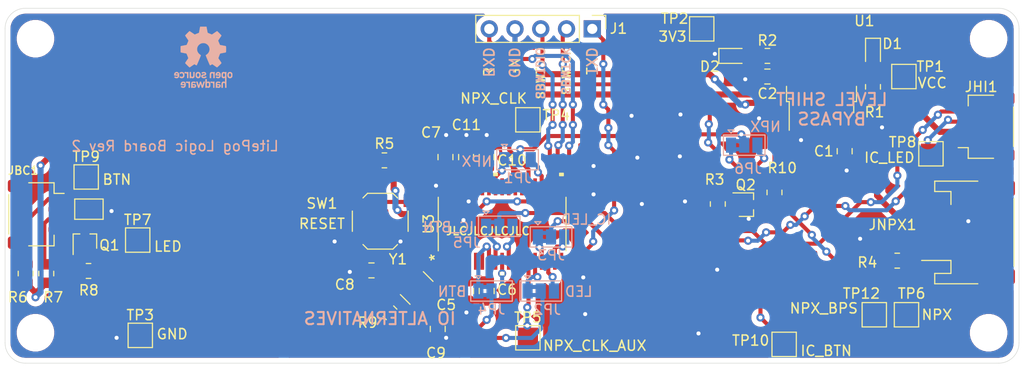
<source format=kicad_pcb>
(kicad_pcb (version 20171130) (host pcbnew "(5.1.12)-1")
  (layers (0 F.Cu signal) (31 B.Cu signal) (34 B.Paste user) (35 F.Paste user) (36 B.SilkS user) (37 F.SilkS user) (38 B.Mask user) (39 F.Mask user) (44 Edge.Cuts user))
  (net 0 "")
  (net 1 VCC)
  (net 2 GND)
  (net 3 +3V3)
  (net 4 XIN)
  (net 5 XOUT)
  (net 6 "Net-(C10-Pad1)")
  (net 7 "Net-(D1-Pad2)")
  (net 8 "Net-(D2-Pad2)")
  (net 9 UART_RXD)
  (net 10 SBWTDIO)
  (net 11 SBWTCK)
  (net 12 UART_TXD)
  (net 13 BTN+)
  (net 14 BTN-)
  (net 15 LED+)
  (net 16 LED-)
  (net 17 IC_BTN_LED)
  (net 18 BTN2)
  (net 19 NPX)
  (net 20 NPX_MCU)
  (net 21 NPX_AUX)
  (net 22 NPX_MAIN)
  (net 23 LED1_AUX)
  (net 24 LED1_MAIN)
  (net 25 LED2_AUX)
  (net 26 LED2_MAIN)
  (net 27 BTN1_AUX)
  (net 28 BTN1_MAIN)
  (net 29 BTN2_AUX)
  (net 30 BTN2_MAIN)
  (net 31 NPX_MCU_BYPASS)
  (net 32 NPX_MCU_SHIFT)
  (net 33 LED1)
  (net 34 NPX_DBG_CLK_MAIN)
  (net 35 NPX_DBG_CLK_AUX)
  (module Resistor_SMD:R_0805_2012Metric (layer F.Cu) (at 75.8825 18.161 90)
    (fp_text reference R10 (at 2.413 0.762 180) (layer F.SilkS))
    (fp_text value 10k)
    (pad 2 smd roundrect (at 0.9125 0 90) (size 1.025 1.4) (layers F.Cu F.Paste F.Mask) (roundrect_rratio 0.243902) (net 1 VCC))
    (pad 1 smd roundrect (at -0.9125 0 90) (size 1.025 1.4) (layers F.Cu F.Paste F.Mask) (roundrect_rratio 0.243902) (net 31 NPX_MCU_BYPASS))
  )
  (module Resistor_SMD:R_0805_2012Metric (layer F.Cu) (at 70.2945 19.304 90)
    (fp_text reference R3 (at 2.413 -0.3175 180) (layer F.SilkS))
    (fp_text value 10k)
    (pad 2 smd roundrect (at 0.9125 0 90) (size 1.025 1.4) (layers F.Cu F.Paste F.Mask) (roundrect_rratio 0.243902) (net 3 +3V3))
    (pad 1 smd roundrect (at -0.9125 0 90) (size 1.025 1.4) (layers F.Cu F.Paste F.Mask) (roundrect_rratio 0.243902) (net 32 NPX_MCU_SHIFT))
  )
  (module Package_TO_SOT_SMD:SOT-323_SC-70 (layer F.Cu) (at 73.0885 19.3675)
    (fp_text reference Q2 (at -0.05 -1.95) (layer F.SilkS))
    (fp_text value BSS214NW)
    (pad 3 smd rect (at 1 0 270) (size 0.45 0.7) (layers F.Cu F.Paste F.Mask) (net 31 NPX_MCU_BYPASS))
    (pad 2 smd rect (at -1 0.65 270) (size 0.45 0.7) (layers F.Cu F.Paste F.Mask) (net 32 NPX_MCU_SHIFT))
    (pad 1 smd rect (at -1 -0.65 270) (size 0.45 0.7) (layers F.Cu F.Paste F.Mask) (net 3 +3V3))
  )
  (module Gigahawk:Crystal_SMD_AWSZT-CV-2Pin_3.7x3.1mm (layer F.Cu) (at 40.59534 27.58534 135)
    (fp_text reference Y1 (at 3.309741 0.700036 180) (layer F.SilkS))
    (fp_text value Crystal)
    (pad 1 smd rect (at 1.5 0 135) (size 1 4.1) (layers F.Cu F.Paste F.Mask) (net 4 XIN))
    (pad 2 smd rect (at -1.5 0 135) (size 1 4.1) (layers F.Cu F.Paste F.Mask) (net 5 XOUT))
  )
  (module Gigahawk:MSP430FR5739IDAR (layer F.Cu) (at 49.022 21.28 90)
    (fp_text reference U3 (at 0 -7.25 90) (layer F.SilkS))
    (fp_text value MSP430FR5739IDAR hide)
    (fp_text user * (at -3.302 -6.604 90) (layer F.SilkS))
    (pad 38 smd rect (at 3.6703 -5.849998 90) (size 1.6764 0.3556) (layers F.Cu F.Paste F.Mask) (net 2 GND))
    (pad 37 smd rect (at 3.6703 -5.2 90) (size 1.6764 0.3556) (layers F.Cu F.Paste F.Mask))
    (pad 36 smd rect (at 3.6703 -4.549999 90) (size 1.6764 0.3556) (layers F.Cu F.Paste F.Mask))
    (pad 35 smd rect (at 3.6703 -3.9 90) (size 1.6764 0.3556) (layers F.Cu F.Paste F.Mask))
    (pad 34 smd rect (at 3.6703 -3.249999 90) (size 1.6764 0.3556) (layers F.Cu F.Paste F.Mask) (net 3 +3V3))
    (pad 33 smd rect (at 3.6703 -2.6 90) (size 1.6764 0.3556) (layers F.Cu F.Paste F.Mask) (net 2 GND))
    (pad 32 smd rect (at 3.6703 -1.949999 90) (size 1.6764 0.3556) (layers F.Cu F.Paste F.Mask) (net 6 "Net-(C10-Pad1)"))
    (pad 31 smd rect (at 3.6703 -1.3 90) (size 1.6764 0.3556) (layers F.Cu F.Paste F.Mask))
    (pad 30 smd rect (at 3.6703 -0.649999 90) (size 1.6764 0.3556) (layers F.Cu F.Paste F.Mask) (net 22 NPX_MAIN))
    (pad 29 smd rect (at 3.6703 0 90) (size 1.6764 0.3556) (layers F.Cu F.Paste F.Mask))
    (pad 28 smd rect (at 3.6703 0.650001 90) (size 1.6764 0.3556) (layers F.Cu F.Paste F.Mask))
    (pad 27 smd rect (at 3.6703 1.3 90) (size 1.6764 0.3556) (layers F.Cu F.Paste F.Mask))
    (pad 26 smd rect (at 3.6703 1.950001 90) (size 1.6764 0.3556) (layers F.Cu F.Paste F.Mask))
    (pad 25 smd rect (at 3.6703 2.6 90) (size 1.6764 0.3556) (layers F.Cu F.Paste F.Mask) (net 34 NPX_DBG_CLK_MAIN))
    (pad 24 smd rect (at 3.6703 3.250001 90) (size 1.6764 0.3556) (layers F.Cu F.Paste F.Mask))
    (pad 23 smd rect (at 3.6703 3.9 90) (size 1.6764 0.3556) (layers F.Cu F.Paste F.Mask) (net 21 NPX_AUX))
    (pad 22 smd rect (at 3.6703 4.550001 90) (size 1.6764 0.3556) (layers F.Cu F.Paste F.Mask) (net 10 SBWTDIO))
    (pad 21 smd rect (at 3.6703 5.2 90) (size 1.6764 0.3556) (layers F.Cu F.Paste F.Mask) (net 11 SBWTCK))
    (pad 20 smd rect (at 3.6703 5.850001 90) (size 1.6764 0.3556) (layers F.Cu F.Paste F.Mask) (net 9 UART_RXD))
    (pad 19 smd rect (at -3.6703 5.849998 90) (size 1.6764 0.3556) (layers F.Cu F.Paste F.Mask) (net 12 UART_TXD))
    (pad 18 smd rect (at -3.6703 5.2 90) (size 1.6764 0.3556) (layers F.Cu F.Paste F.Mask) (net 25 LED2_AUX))
    (pad 17 smd rect (at -3.6703 4.549999 90) (size 1.6764 0.3556) (layers F.Cu F.Paste F.Mask) (net 23 LED1_AUX))
    (pad 16 smd rect (at -3.6703 3.9 90) (size 1.6764 0.3556) (layers F.Cu F.Paste F.Mask) (net 26 LED2_MAIN))
    (pad 15 smd rect (at -3.6703 3.249999 90) (size 1.6764 0.3556) (layers F.Cu F.Paste F.Mask) (net 24 LED1_MAIN))
    (pad 14 smd rect (at -3.6703 2.6 90) (size 1.6764 0.3556) (layers F.Cu F.Paste F.Mask) (net 35 NPX_DBG_CLK_AUX))
    (pad 13 smd rect (at -3.6703 1.949999 90) (size 1.6764 0.3556) (layers F.Cu F.Paste F.Mask))
    (pad 12 smd rect (at -3.6703 1.3 90) (size 1.6764 0.3556) (layers F.Cu F.Paste F.Mask))
    (pad 11 smd rect (at -3.6703 0.649999 90) (size 1.6764 0.3556) (layers F.Cu F.Paste F.Mask) (net 29 BTN2_AUX))
    (pad 10 smd rect (at -3.6703 0 90) (size 1.6764 0.3556) (layers F.Cu F.Paste F.Mask) (net 27 BTN1_AUX))
    (pad 9 smd rect (at -3.6703 -0.649999 90) (size 1.6764 0.3556) (layers F.Cu F.Paste F.Mask) (net 30 BTN2_MAIN))
    (pad 8 smd rect (at -3.6703 -1.3 90) (size 1.6764 0.3556) (layers F.Cu F.Paste F.Mask) (net 28 BTN1_MAIN))
    (pad 7 smd rect (at -3.6703 -1.949999 90) (size 1.6764 0.3556) (layers F.Cu F.Paste F.Mask))
    (pad 6 smd rect (at -3.6703 -2.6 90) (size 1.6764 0.3556) (layers F.Cu F.Paste F.Mask))
    (pad 5 smd rect (at -3.6703 -3.249999 90) (size 1.6764 0.3556) (layers F.Cu F.Paste F.Mask))
    (pad 4 smd rect (at -3.6703 -3.9 90) (size 1.6764 0.3556) (layers F.Cu F.Paste F.Mask) (net 3 +3V3))
    (pad 3 smd rect (at -3.6703 -4.549999 90) (size 1.6764 0.3556) (layers F.Cu F.Paste F.Mask) (net 2 GND))
    (pad 2 smd rect (at -3.6703 -5.2 90) (size 1.6764 0.3556) (layers F.Cu F.Paste F.Mask) (net 5 XOUT))
    (pad 1 smd rect (at -3.6703 -5.850001 90) (size 1.6764 0.3556) (layers F.Cu F.Paste F.Mask) (net 4 XIN))
  )
  (module Package_TO_SOT_SMD:TO-252-2 (layer F.Cu) (at 80.518 6.731 90)
    (fp_text reference U1 (at 5.481 4.232 180) (layer F.SilkS))
    (fp_text value NCP1117-3.3_TO252)
    (pad 2 smd rect (at 2.1 0 90) (size 6.4 5.8) (layers F.Cu F.Mask) (net 3 +3V3))
    (pad 3 smd rect (at -4.2 2.28 90) (size 2.2 1.2) (layers F.Cu F.Paste F.Mask) (net 1 VCC))
    (pad 1 smd rect (at -4.2 -2.28 90) (size 2.2 1.2) (layers F.Cu F.Paste F.Mask) (net 2 GND))
  )
  (module TestPoint:TestPoint_Pad_2.0x2.0mm (layer F.Cu) (at 85.725 30.226)
    (fp_text reference TP12 (at -1.27 -2.0955) (layer F.SilkS))
    (fp_text value TestPoint)
    (pad 1 smd rect (at 0 0) (size 2 2) (layers F.Cu F.Mask) (net 31 NPX_MCU_BYPASS))
  )
  (module TestPoint:TestPoint_Pad_2.0x2.0mm (layer F.Cu) (at 76.835 33.147)
    (fp_text reference TP10 (at -3.302 -0.381) (layer F.SilkS))
    (fp_text value TestPoint)
    (pad 1 smd rect (at 0 0) (size 2 2) (layers F.Cu F.Mask) (net 18 BTN2))
  )
  (module TestPoint:TestPoint_Pad_2.0x2.0mm (layer F.Cu) (at 8.001 16.637)
    (fp_text reference TP9 (at 0 -1.998) (layer F.SilkS))
    (fp_text value TestPoint)
    (pad 1 smd rect (at 0 0) (size 2 2) (layers F.Cu F.Mask) (net 13 BTN+))
  )
  (module TestPoint:TestPoint_Pad_2.0x2.0mm (layer F.Cu) (at 91.313 14.351)
    (fp_text reference TP8 (at -2.794 -1.143) (layer F.SilkS))
    (fp_text value TestPoint)
    (pad 1 smd rect (at 0 0) (size 2 2) (layers F.Cu F.Mask) (net 17 IC_BTN_LED))
  )
  (module TestPoint:TestPoint_Pad_2.0x2.0mm (layer F.Cu) (at 13.081 22.86)
    (fp_text reference TP7 (at 0 -1.998) (layer F.SilkS))
    (fp_text value TestPoint)
    (pad 1 smd rect (at 0 0) (size 2 2) (layers F.Cu F.Mask) (net 33 LED1))
  )
  (module TestPoint:TestPoint_Pad_2.0x2.0mm (layer F.Cu) (at 88.9 30.226)
    (fp_text reference TP6 (at 0.508 -2.0955) (layer F.SilkS))
    (fp_text value TestPoint)
    (pad 1 smd rect (at 0 0) (size 2 2) (layers F.Cu F.Mask) (net 19 NPX))
  )
  (module TestPoint:TestPoint_Pad_2.0x2.0mm (layer F.Cu) (at 51.562 32.5)
    (fp_text reference TP5 (at 0 -1.998) (layer F.SilkS))
    (fp_text value TestPoint)
    (pad 1 smd rect (at 0 0) (size 2 2) (layers F.Cu F.Mask) (net 35 NPX_DBG_CLK_AUX))
  )
  (module TestPoint:TestPoint_Pad_2.0x2.0mm (layer F.Cu) (at 51.562 11)
    (fp_text reference TP4 (at 2.794 -0.459) (layer F.SilkS))
    (fp_text value TestPoint)
    (pad 1 smd rect (at 0 0) (size 2 2) (layers F.Cu F.Mask) (net 34 NPX_DBG_CLK_MAIN))
  )
  (module TestPoint:TestPoint_Pad_2.0x2.0mm (layer F.Cu) (at 13.335 32.258)
    (fp_text reference TP3 (at 0 -1.998) (layer F.SilkS))
    (fp_text value TestPoint)
    (pad 1 smd rect (at 0 0) (size 2 2) (layers F.Cu F.Mask) (net 2 GND))
  )
  (module TestPoint:TestPoint_Pad_2.0x2.0mm (layer F.Cu) (at 68.707 2.032)
    (fp_text reference TP2 (at -2.667 -1.016) (layer F.SilkS))
    (fp_text value TestPoint)
    (pad 1 smd rect (at 0 0) (size 2 2) (layers F.Cu F.Mask) (net 3 +3V3))
  )
  (module TestPoint:TestPoint_Pad_2.0x2.0mm (layer F.Cu) (at 88.646 6.731)
    (fp_text reference TP1 (at 2.604 -0.981) (layer F.SilkS))
    (fp_text value TestPoint)
    (pad 1 smd rect (at 0 0) (size 2 2) (layers F.Cu F.Mask) (net 1 VCC))
  )
  (module Button_Switch_SMD:SW_SPST_TL3342 (layer F.Cu) (at 37 21)
    (fp_text reference SW1 (at -5.75 -1.75) (layer F.SilkS))
    (fp_text value SW_Push)
    (pad 2 smd rect (at 3.15 1.9) (size 1.7 1) (layers F.Cu F.Paste F.Mask) (net 2 GND))
    (pad 2 smd rect (at -3.15 1.9) (size 1.7 1) (layers F.Cu F.Paste F.Mask) (net 2 GND))
    (pad 1 smd rect (at 3.15 -1.9) (size 1.7 1) (layers F.Cu F.Paste F.Mask) (net 10 SBWTDIO))
    (pad 1 smd rect (at -3.15 -1.9) (size 1.7 1) (layers F.Cu F.Paste F.Mask) (net 10 SBWTDIO))
  )
  (module Resistor_SMD:R_0805_2012Metric (layer F.Cu) (at 37.962765 30.032765 315)
    (fp_text reference R9 (at -0.880723 2.2486 180) (layer F.SilkS))
    (fp_text value 1M)
    (pad 2 smd roundrect (at 0.9125 0 315) (size 1.025 1.4) (layers F.Cu F.Paste F.Mask) (roundrect_rratio 0.2439004878048781) (net 5 XOUT))
    (pad 1 smd roundrect (at -0.9125 0 315) (size 1.025 1.4) (layers F.Cu F.Paste F.Mask) (roundrect_rratio 0.2439004878048781) (net 4 XIN))
  )
  (module Resistor_SMD:R_0805_2012Metric (layer F.Cu) (at 8.2315 25.908 180)
    (fp_text reference R8 (at -0.0235 -1.905) (layer F.SilkS))
    (fp_text value 10k)
    (pad 2 smd roundrect (at 0.9125 0 180) (size 1.025 1.4) (layers F.Cu F.Paste F.Mask) (roundrect_rratio 0.2439004878048781) (net 33 LED1))
    (pad 1 smd roundrect (at -0.9125 0 180) (size 1.025 1.4) (layers F.Cu F.Paste F.Mask) (roundrect_rratio 0.2439004878048781) (net 2 GND))
  )
  (module Resistor_SMD:R_0805_2012Metric (layer F.Cu) (at 4.064 26.162 270)
    (fp_text reference R7 (at 2.338 -0.686 180) (layer F.SilkS))
    (fp_text value 110R)
    (pad 2 smd roundrect (at 0.9125 0 270) (size 1.025 1.4) (layers F.Cu F.Paste F.Mask) (roundrect_rratio 0.2439004878048781) (net 1 VCC))
    (pad 1 smd roundrect (at -0.9125 0 270) (size 1.025 1.4) (layers F.Cu F.Paste F.Mask) (roundrect_rratio 0.2439004878048781) (net 15 LED+))
  )
  (module Resistor_SMD:R_0805_2012Metric (layer F.Cu) (at 2.032 26.162 270)
    (fp_text reference R6 (at 2.338 0.782 180) (layer F.SilkS))
    (fp_text value 10k)
    (pad 2 smd roundrect (at 0.9125 0 270) (size 1.025 1.4) (layers F.Cu F.Paste F.Mask) (roundrect_rratio 0.2439004878048781) (net 1 VCC))
    (pad 1 smd roundrect (at -0.9125 0 270) (size 1.025 1.4) (layers F.Cu F.Paste F.Mask) (roundrect_rratio 0.2439004878048781) (net 13 BTN+))
  )
  (module Resistor_SMD:R_0805_2012Metric (layer F.Cu) (at 37.4125 15)
    (fp_text reference R5 (at 0 -1.65) (layer F.SilkS))
    (fp_text value 47k)
    (pad 2 smd roundrect (at 0.9125 0) (size 1.025 1.4) (layers F.Cu F.Paste F.Mask) (roundrect_rratio 0.2439004878048781) (net 3 +3V3))
    (pad 1 smd roundrect (at -0.9125 0) (size 1.025 1.4) (layers F.Cu F.Paste F.Mask) (roundrect_rratio 0.2439004878048781) (net 10 SBWTDIO))
  )
  (module Resistor_SMD:R_0805_2012Metric (layer F.Cu) (at 87.9875 24.892)
    (fp_text reference R4 (at -2.9483 0.1778) (layer F.SilkS))
    (fp_text value 470R)
    (pad 2 smd roundrect (at 0.9125 0) (size 1.025 1.4) (layers F.Cu F.Paste F.Mask) (roundrect_rratio 0.2439004878048781) (net 19 NPX))
    (pad 1 smd roundrect (at -0.9125 0) (size 1.025 1.4) (layers F.Cu F.Paste F.Mask) (roundrect_rratio 0.2439004878048781) (net 31 NPX_MCU_BYPASS))
  )
  (module Resistor_SMD:R_0805_2012Metric (layer F.Cu) (at 75.184 4.699 180)
    (fp_text reference R2 (at 0 1.524) (layer F.SilkS))
    (fp_text value 110R)
    (pad 2 smd roundrect (at 0.9125 0 180) (size 1.025 1.4) (layers F.Cu F.Paste F.Mask) (roundrect_rratio 0.2439004878048781) (net 8 "Net-(D2-Pad2)"))
    (pad 1 smd roundrect (at -0.9125 0 180) (size 1.025 1.4) (layers F.Cu F.Paste F.Mask) (roundrect_rratio 0.2439004878048781) (net 3 +3V3))
  )
  (module Resistor_SMD:R_0805_2012Metric (layer F.Cu) (at 85.598 7.747 90)
    (fp_text reference R1 (at -2.503 0.152 180) (layer F.SilkS))
    (fp_text value 110R)
    (pad 2 smd roundrect (at 0.9125 0 90) (size 1.025 1.4) (layers F.Cu F.Paste F.Mask) (roundrect_rratio 0.2439004878048781) (net 7 "Net-(D1-Pad2)"))
    (pad 1 smd roundrect (at -0.9125 0 90) (size 1.025 1.4) (layers F.Cu F.Paste F.Mask) (roundrect_rratio 0.2439004878048781) (net 1 VCC))
  )
  (module Package_TO_SOT_SMD:SOT-323_SC-70 (layer F.Cu) (at 7.874 22.987 90)
    (fp_text reference Q1 (at -0.381 2.413 180) (layer F.SilkS))
    (fp_text value BSS214NW)
    (pad 3 smd rect (at 1 0) (size 0.45 0.7) (layers F.Cu F.Paste F.Mask) (net 16 LED-))
    (pad 2 smd rect (at -1 0.65) (size 0.45 0.7) (layers F.Cu F.Paste F.Mask) (net 2 GND))
    (pad 1 smd rect (at -1 -0.65) (size 0.45 0.7) (layers F.Cu F.Paste F.Mask) (net 33 LED1))
  )
  (module Symbol:OSHW-Logo_5.7x6mm_SilkScreen (layer B.Cu) (at 19.558 4.826 180)
    (fp_text reference LOGO1 hide)
    (fp_text value Logo_Open_Hardware_Small hide)
  )
  (module Jumper:SolderJumper-2_P1.3mm_Bridged2Bar_Pad1.0x1.5mm (layer F.Cu) (at 8.27 19.812 180)
    (fp_text reference JP11 hide)
    (fp_text value Jumper)
    (fp_poly (pts (xy -0.25 0.2) (xy 0.25 0.2) (xy 0.25 0.6) (xy -0.25 0.6)) (layer F.Cu) (width 0))
    (fp_poly (pts (xy -0.25 -0.6) (xy 0.25 -0.6) (xy 0.25 -0.2) (xy -0.25 -0.2)) (layer F.Cu) (width 0))
    (pad 2 smd rect (at 0.65 0 180) (size 1 1.5) (layers F.Cu F.Mask) (net 14 BTN-))
    (pad 1 smd rect (at -0.65 0 180) (size 1 1.5) (layers F.Cu F.Mask) (net 2 GND))
  )
  (module Jumper:SolderJumper-3_P1.3mm_Bridged2Bar12_Pad1.0x1.5mm (layer B.Cu) (at 72.898 13.5)
    (fp_text reference JP6 (at 0.381 2.3115) (layer B.SilkS) (effects (justify mirror)))
    (fp_text value Jumper_3_Bridged12)
    (fp_poly (pts (xy -0.9 0.6) (xy -0.4 0.6) (xy -0.4 0.2) (xy -0.9 0.2)) (layer B.Cu) (width 0))
    (fp_poly (pts (xy -0.9 -0.2) (xy -0.4 -0.2) (xy -0.4 -0.6) (xy -0.9 -0.6)) (layer B.Cu) (width 0))
    (pad 2 smd rect (at 0 0) (size 1 1.5) (layers B.Cu B.Mask) (net 20 NPX_MCU))
    (pad 3 smd rect (at 1.3 0) (size 1 1.5) (layers B.Cu B.Mask) (net 31 NPX_MCU_BYPASS))
    (pad 1 smd rect (at -1.3 0) (size 1 1.5) (layers B.Cu B.Mask) (net 32 NPX_MCU_SHIFT))
  )
  (module Jumper:SolderJumper-3_P1.3mm_Bridged2Bar12_Pad1.0x1.5mm (layer B.Cu) (at 48.738 21.5)
    (fp_text reference JP5 (at -3.2085 1.614) (layer B.SilkS) (effects (justify mirror)))
    (fp_text value Jumper_3_Bridged12)
    (fp_poly (pts (xy -0.9 0.6) (xy -0.4 0.6) (xy -0.4 0.2) (xy -0.9 0.2)) (layer B.Cu) (width 0))
    (fp_poly (pts (xy -0.9 -0.2) (xy -0.4 -0.2) (xy -0.4 -0.6) (xy -0.9 -0.6)) (layer B.Cu) (width 0))
    (pad 2 smd rect (at 0 0) (size 1 1.5) (layers B.Cu B.Mask) (net 18 BTN2))
    (pad 3 smd rect (at 1.3 0) (size 1 1.5) (layers B.Cu B.Mask) (net 29 BTN2_AUX))
    (pad 1 smd rect (at -1.3 0) (size 1 1.5) (layers B.Cu B.Mask) (net 30 BTN2_MAIN))
  )
  (module Jumper:SolderJumper-3_P1.3mm_Bridged2Bar12_Pad1.0x1.5mm (layer B.Cu) (at 47.976 27.884)
    (fp_text reference JP4 (at 0 1.8) (layer B.SilkS) (effects (justify mirror)))
    (fp_text value Jumper_3_Bridged12)
    (fp_poly (pts (xy -0.9 0.6) (xy -0.4 0.6) (xy -0.4 0.2) (xy -0.9 0.2)) (layer B.Cu) (width 0))
    (fp_poly (pts (xy -0.9 -0.2) (xy -0.4 -0.2) (xy -0.4 -0.6) (xy -0.9 -0.6)) (layer B.Cu) (width 0))
    (pad 2 smd rect (at 0 0) (size 1 1.5) (layers B.Cu B.Mask) (net 13 BTN+))
    (pad 3 smd rect (at 1.3 0) (size 1 1.5) (layers B.Cu B.Mask) (net 27 BTN1_AUX))
    (pad 1 smd rect (at -1.3 0) (size 1 1.5) (layers B.Cu B.Mask) (net 28 BTN1_MAIN))
  )
  (module Jumper:SolderJumper-3_P1.3mm_Bridged2Bar12_Pad1.0x1.5mm (layer B.Cu) (at 53.848 22.55)
    (fp_text reference JP3 (at 0 1.8) (layer B.SilkS) (effects (justify mirror)))
    (fp_text value Jumper_3_Bridged12)
    (fp_poly (pts (xy -0.9 0.6) (xy -0.4 0.6) (xy -0.4 0.2) (xy -0.9 0.2)) (layer B.Cu) (width 0))
    (fp_poly (pts (xy -0.9 -0.2) (xy -0.4 -0.2) (xy -0.4 -0.6) (xy -0.9 -0.6)) (layer B.Cu) (width 0))
    (pad 2 smd rect (at 0 0) (size 1 1.5) (layers B.Cu B.Mask) (net 17 IC_BTN_LED))
    (pad 3 smd rect (at 1.3 0) (size 1 1.5) (layers B.Cu B.Mask) (net 25 LED2_AUX))
    (pad 1 smd rect (at -1.3 0) (size 1 1.5) (layers B.Cu B.Mask) (net 26 LED2_MAIN))
  )
  (module Jumper:SolderJumper-3_P1.3mm_Bridged2Bar12_Pad1.0x1.5mm (layer B.Cu) (at 52.832 27.884)
    (fp_text reference JP2 (at 0.635 1.834) (layer B.SilkS) (effects (justify mirror)))
    (fp_text value Jumper_3_Bridged12)
    (fp_poly (pts (xy -0.9 0.6) (xy -0.4 0.6) (xy -0.4 0.2) (xy -0.9 0.2)) (layer B.Cu) (width 0))
    (fp_poly (pts (xy -0.9 -0.2) (xy -0.4 -0.2) (xy -0.4 -0.6) (xy -0.9 -0.6)) (layer B.Cu) (width 0))
    (pad 2 smd rect (at 0 0) (size 1 1.5) (layers B.Cu B.Mask) (net 33 LED1))
    (pad 3 smd rect (at 1.3 0) (size 1 1.5) (layers B.Cu B.Mask) (net 23 LED1_AUX))
    (pad 1 smd rect (at -1.3 0) (size 1 1.5) (layers B.Cu B.Mask) (net 24 LED1_MAIN))
  )
  (module Jumper:SolderJumper-3_P1.3mm_Bridged2Bar12_Pad1.0x1.5mm (layer B.Cu) (at 50.546 14.93)
    (fp_text reference JP1 (at 0 1.8) (layer B.SilkS) (effects (justify mirror)))
    (fp_text value Jumper_3_Bridged12)
    (fp_poly (pts (xy -0.9 0.6) (xy -0.4 0.6) (xy -0.4 0.2) (xy -0.9 0.2)) (layer B.Cu) (width 0))
    (fp_poly (pts (xy -0.9 -0.2) (xy -0.4 -0.2) (xy -0.4 -0.6) (xy -0.9 -0.6)) (layer B.Cu) (width 0))
    (pad 2 smd rect (at 0 0) (size 1 1.5) (layers B.Cu B.Mask) (net 20 NPX_MCU))
    (pad 3 smd rect (at 1.3 0) (size 1 1.5) (layers B.Cu B.Mask) (net 21 NPX_AUX))
    (pad 1 smd rect (at -1.3 0) (size 1 1.5) (layers B.Cu B.Mask) (net 22 NPX_MAIN))
  )
  (module Gigahawk:JST_PH_S3B-PH-SM4-TB_1x03-1MP_P2.00mm_Horizontal (layer F.Cu) (at 94.996 22.11 90)
    (fp_text reference JNPX1 (at 0.7486 -7.4676 180) (layer F.SilkS))
    (fp_text value Conn_01x03)
    (pad 1 smd roundrect (at -2 -2.85 90) (size 1 3.5) (layers F.Cu F.Paste F.Mask) (net 19 NPX))
    (pad 2 smd roundrect (at 0 -2.85 90) (size 1 3.5) (layers F.Cu F.Paste F.Mask) (net 1 VCC))
    (pad 3 smd roundrect (at 2 -2.85 90) (size 1 3.5) (layers F.Cu F.Paste F.Mask) (net 2 GND))
    (pad MP smd roundrect (at -4.35 2.9 90) (size 1.5 3.4) (layers F.Cu F.Paste F.Mask) (roundrect_rratio 0.1666666666666667))
    (pad MP smd roundrect (at 4.35 2.9 90) (size 1.5 3.4) (layers F.Cu F.Paste F.Mask) (roundrect_rratio 0.1666666666666667))
  )
  (module Gigahawk:JST_SH_SM04B-SRSS-TB_1x04-1MP_P1.00mm_Horizontal (layer F.Cu) (at 96.774 11.684 90)
    (fp_text reference JHI1 (at 3.937 -0.508 180) (layer F.SilkS))
    (fp_text value Conn_01x04)
    (pad 1 smd roundrect (at -1.5 -2 90) (size 0.6 1.55) (layers F.Cu F.Paste F.Mask) (net 2 GND))
    (pad 2 smd roundrect (at -0.5 -2 90) (size 0.6 1.55) (layers F.Cu F.Paste F.Mask) (net 1 VCC))
    (pad 3 smd roundrect (at 0.5 -2 90) (size 0.6 1.55) (layers F.Cu F.Paste F.Mask) (net 17 IC_BTN_LED))
    (pad 4 smd roundrect (at 1.5 -2 90) (size 0.6 1.55) (layers F.Cu F.Paste F.Mask) (net 18 BTN2))
    (pad MP smd roundrect (at -2.8 1.875 90) (size 1.2 1.8) (layers F.Cu F.Paste F.Mask) (roundrect_rratio 0.2083325))
    (pad MP smd roundrect (at 2.8 1.875 90) (size 1.2 1.8) (layers F.Cu F.Paste F.Mask) (roundrect_rratio 0.2083325))
  )
  (module Gigahawk:JST_SH_SM04B-SRSS-TB_1x04-1MP_P1.00mm_Horizontal (layer F.Cu) (at 3.048 20.32 270)
    (fp_text reference JBC1 (at -4.318 1.27 180) (layer F.SilkS) (effects (font (size 0.8 0.8))))
    (fp_text value Conn_01x04)
    (pad 1 smd roundrect (at -1.5 -2 270) (size 0.6 1.55) (layers F.Cu F.Paste F.Mask) (net 13 BTN+))
    (pad 2 smd roundrect (at -0.5 -2 270) (size 0.6 1.55) (layers F.Cu F.Paste F.Mask) (net 14 BTN-))
    (pad 3 smd roundrect (at 0.5 -2 270) (size 0.6 1.55) (layers F.Cu F.Paste F.Mask) (net 15 LED+))
    (pad 4 smd roundrect (at 1.5 -2 270) (size 0.6 1.55) (layers F.Cu F.Paste F.Mask) (net 16 LED-))
    (pad MP smd roundrect (at -2.8 1.875 270) (size 1.2 1.8) (layers F.Cu F.Paste F.Mask) (roundrect_rratio 0.2083325))
    (pad MP smd roundrect (at 2.8 1.875 270) (size 1.2 1.8) (layers F.Cu F.Paste F.Mask) (roundrect_rratio 0.2083325))
  )
  (module Connector_PinHeader_2.54mm:PinHeader_1x05_P2.54mm_Vertical (layer F.Cu) (at 57.912 2.032 270)
    (fp_text reference J1 (at -0.032 -2.588 180) (layer F.SilkS))
    (fp_text value Conn_01x05_Male)
    (pad 5 thru_hole oval (at 0 10.16 270) (size 1.7 1.7) (drill 1) (layers *.Cu *.Mask) (net 9 UART_RXD))
    (pad 4 thru_hole oval (at 0 7.62 270) (size 1.7 1.7) (drill 1) (layers *.Cu *.Mask) (net 2 GND))
    (pad 3 thru_hole oval (at 0 5.08 270) (size 1.7 1.7) (drill 1) (layers *.Cu *.Mask) (net 10 SBWTDIO))
    (pad 2 thru_hole oval (at 0 2.54 270) (size 1.7 1.7) (drill 1) (layers *.Cu *.Mask) (net 11 SBWTCK))
    (pad 1 thru_hole rect (at 0 0 270) (size 1.7 1.7) (drill 1) (layers *.Cu *.Mask) (net 12 UART_TXD))
  )
  (module MountingHole:MountingHole_2.7mm_M2.5 (layer F.Cu) (at 97 3)
    (fp_text reference H4 hide)
    (fp_text value MountingHole)
    (pad 1 np_thru_hole circle (at 0 0) (size 2.7 2.7) (drill 2.7) (layers *.Cu *.Mask))
  )
  (module MountingHole:MountingHole_2.7mm_M2.5 (layer F.Cu) (at 97 32)
    (fp_text reference H3 hide)
    (fp_text value MountingHole)
    (pad 1 np_thru_hole circle (at 0 0) (size 2.7 2.7) (drill 2.7) (layers *.Cu *.Mask))
  )
  (module MountingHole:MountingHole_2.7mm_M2.5 (layer F.Cu) (at 3 32)
    (fp_text reference H2 hide)
    (fp_text value MountingHole)
    (pad 1 np_thru_hole circle (at 0 0) (size 2.7 2.7) (drill 2.7) (layers *.Cu *.Mask))
  )
  (module MountingHole:MountingHole_2.7mm_M2.5 (layer F.Cu) (at 3 3)
    (fp_text reference H1 hide)
    (fp_text value MountingHole)
    (pad 1 np_thru_hole circle (at 0 0) (size 2.7 2.7) (drill 2.7) (layers *.Cu *.Mask))
  )
  (module LED_SMD:LED_0603_1608Metric (layer F.Cu) (at 71.882 4.699)
    (fp_text reference D2 (at -2.382 1.051) (layer F.SilkS))
    (fp_text value LED)
    (pad 2 smd roundrect (at 0.7875 0) (size 0.875 0.95) (layers F.Cu F.Paste F.Mask) (net 8 "Net-(D2-Pad2)"))
    (pad 1 smd roundrect (at -0.7875 0) (size 0.875 0.95) (layers F.Cu F.Paste F.Mask) (net 2 GND))
  )
  (module LED_SMD:LED_0603_1608Metric (layer F.Cu) (at 85.598 4.445 270)
    (fp_text reference D1 (at -0.945 -1.902 180) (layer F.SilkS))
    (fp_text value LED)
    (pad 2 smd roundrect (at 0.7875 0 270) (size 0.875 0.95) (layers F.Cu F.Paste F.Mask) (net 7 "Net-(D1-Pad2)"))
    (pad 1 smd roundrect (at -0.7875 0 270) (size 0.875 0.95) (layers F.Cu F.Paste F.Mask) (net 2 GND))
  )
  (module Capacitor_SMD:C_0805_2012Metric (layer F.Cu) (at 45.466 14.676 90)
    (fp_text reference C11 (at 3.176 0.034 180) (layer F.SilkS))
    (fp_text value 0.1u)
    (pad 2 smd roundrect (at 0.95 0 90) (size 1 1.45) (layers F.Cu F.Paste F.Mask) (net 2 GND))
    (pad 1 smd roundrect (at -0.95 0 90) (size 1 1.45) (layers F.Cu F.Paste F.Mask) (net 3 +3V3))
  )
  (module Capacitor_SMD:C_0805_2012Metric (layer F.Cu) (at 47.498 14.676 90)
    (fp_text reference C10 (at -0.324 2.502 180) (layer F.SilkS))
    (fp_text value 0.47u)
    (pad 2 smd roundrect (at 0.95 0 90) (size 1 1.45) (layers F.Cu F.Paste F.Mask) (net 2 GND))
    (pad 1 smd roundrect (at -0.95 0 90) (size 1 1.45) (layers F.Cu F.Paste F.Mask) (net 6 "Net-(C10-Pad1)"))
  )
  (module Capacitor_SMD:C_0805_2012Metric (layer F.Cu) (at 42.672 31.628 90)
    (fp_text reference C9 (at -2.372 -0.172 180) (layer F.SilkS))
    (fp_text value 15p)
    (pad 2 smd roundrect (at 0.95 0 90) (size 1 1.45) (layers F.Cu F.Paste F.Mask) (net 5 XOUT))
    (pad 1 smd roundrect (at -0.95 0 90) (size 1 1.45) (layers F.Cu F.Paste F.Mask) (net 2 GND))
  )
  (module Capacitor_SMD:C_0805_2012Metric (layer F.Cu) (at 36.134 25.852 180)
    (fp_text reference C8 (at 2.634 -1.398) (layer F.SilkS))
    (fp_text value 15p)
    (pad 2 smd roundrect (at 0.95 0 180) (size 1 1.45) (layers F.Cu F.Paste F.Mask) (net 2 GND))
    (pad 1 smd roundrect (at -0.95 0 180) (size 1 1.45) (layers F.Cu F.Paste F.Mask) (net 4 XIN))
  )
  (module Capacitor_SMD:C_0805_2012Metric (layer F.Cu) (at 43.434 14.676 90)
    (fp_text reference C7 (at 2.426 -1.434 180) (layer F.SilkS))
    (fp_text value 4.7u)
    (pad 2 smd roundrect (at 0.95 0 90) (size 1 1.45) (layers F.Cu F.Paste F.Mask) (net 2 GND))
    (pad 1 smd roundrect (at -0.95 0 90) (size 1 1.45) (layers F.Cu F.Paste F.Mask) (net 3 +3V3))
  )
  (module Capacitor_SMD:C_0805_2012Metric (layer F.Cu) (at 47.498 27.884 90)
    (fp_text reference C6 (at 0.134 2.002 180) (layer F.SilkS))
    (fp_text value 4.7u)
    (pad 2 smd roundrect (at 0.95 0 90) (size 1 1.45) (layers F.Cu F.Paste F.Mask) (net 3 +3V3))
    (pad 1 smd roundrect (at -0.95 0 90) (size 1 1.45) (layers F.Cu F.Paste F.Mask) (net 2 GND))
  )
  (module Capacitor_SMD:C_0805_2012Metric (layer F.Cu) (at 45.466 27.884 270)
    (fp_text reference C5 (at 1.366 1.966 180) (layer F.SilkS))
    (fp_text value 0.1u)
    (pad 2 smd roundrect (at 0.95 0 270) (size 1 1.45) (layers F.Cu F.Paste F.Mask) (net 2 GND))
    (pad 1 smd roundrect (at -0.95 0 270) (size 1 1.45) (layers F.Cu F.Paste F.Mask) (net 3 +3V3))
  )
  (module Capacitor_SMD:C_0805_2012Metric (layer F.Cu) (at 75.184 6.731 180)
    (fp_text reference C2 (at 0 -1.68) (layer F.SilkS))
    (fp_text value 10u)
    (pad 2 smd roundrect (at 0.95 0 180) (size 1 1.45) (layers F.Cu F.Paste F.Mask) (net 2 GND))
    (pad 1 smd roundrect (at -0.95 0 180) (size 1 1.45) (layers F.Cu F.Paste F.Mask) (net 3 +3V3))
  )
  (module Capacitor_SMD:C_0805_2012Metric (layer F.Cu) (at 82.804 14.097 90)
    (fp_text reference C1 (at 0 -2.054 180) (layer F.SilkS))
    (fp_text value 10u)
    (pad 2 smd roundrect (at 0.95 0 90) (size 1 1.45) (layers F.Cu F.Paste F.Mask) (net 1 VCC))
    (pad 1 smd roundrect (at -0.95 0 90) (size 1 1.45) (layers F.Cu F.Paste F.Mask) (net 2 GND))
  )
  (gr_text "LitePog Logic Board Rev 2" (at 16.764 13.589) (layer B.SilkS) (effects (font (size 1 1)) (justify mirror)))
  (gr_text JLCJLCJLCJLC (at 47.625 21.971) (layer F.SilkS) (effects (font (size 0.8 0.8))))
  (gr_text IC_LED (at 54.737 20.828) (layer B.SilkS) (effects (font (size 1 1)) (justify right mirror)))
  (gr_text LED (at 55.118 27.94) (layer B.SilkS) (effects (font (size 1 1)) (justify right mirror)))
  (gr_text NPX (at 48.133 15.113) (layer B.SilkS) (effects (font (size 1 1)) (justify left mirror)))
  (gr_text IC_BTN (at 46.355 21.59) (layer B.SilkS) (effects (font (size 1 1)) (justify left mirror)))
  (gr_text "IO ALTERNATIVES" (at 36.957 30.607) (layer B.SilkS) (effects (font (size 1.2 1.2) (thickness 0.2)) (justify mirror)))
  (gr_text "LEVEL SHIFT\nBYPASS" (at 81.534 9.9695) (layer B.SilkS) (effects (font (size 1.2 1.2) (thickness 0.2)) (justify mirror)))
  (gr_text BTN (at 45.593 27.94) (layer B.SilkS) (effects (font (size 1 1)) (justify left mirror)))
  (gr_text NPX (at 73.406 11.684) (layer B.SilkS) (effects (font (size 1 1)) (justify right mirror)))
  (gr_text BTN (at 9.525 16.891) (layer F.SilkS) (effects (font (size 1 1)) (justify left)))
  (gr_text LED (at 14.605 23.495) (layer F.SilkS) (effects (font (size 1 1)) (justify left)))
  (gr_text GND (at 14.859 32.131) (layer F.SilkS) (effects (font (size 1 1)) (justify left)))
  (gr_text NPX_CLK_AUX (at 52.959 33.274) (layer F.SilkS) (effects (font (size 1 1)) (justify left)))
  (gr_text NPX_CLK (at 51.562 8.89) (layer F.SilkS) (effects (font (size 1 1)) (justify right)))
  (gr_text IC_BTN (at 78.359 33.782) (layer F.SilkS) (effects (font (size 1 1)) (justify left)))
  (gr_text NPX_BPS (at 84.201 29.591) (layer F.SilkS) (effects (font (size 1 1)) (justify right)))
  (gr_text NPX (at 90.297 30.226) (layer F.SilkS) (effects (font (size 1 1)) (justify left)))
  (gr_text IC_LED (at 89.789 14.732) (layer F.SilkS) (effects (font (size 1 1)) (justify right)))
  (gr_text 3V3 (at 67.31 2.794) (layer F.SilkS) (effects (font (size 1 1)) (justify right)))
  (gr_text VCC (at 89.916 7.366) (layer F.SilkS) (effects (font (size 1 1)) (justify left)))
  (gr_text TXD (at 57.855286 3.75 270) (layer B.SilkS) (effects (font (size 1 1)) (justify right mirror)))
  (gr_text SBWTCK (at 55.254714 3.75 270) (layer B.SilkS) (effects (font (size 0.8 0.8)) (justify right mirror)))
  (gr_text SBWTDIO (at 52.752762 3.75 270) (layer B.SilkS) (effects (font (size 0.8 0.8)) (justify right mirror)))
  (gr_text GND (at 50.187619 3.75 270) (layer B.SilkS) (effects (font (size 1 1)) (justify right mirror)))
  (gr_text RXD (at 47.679381 3.75 270) (layer B.SilkS) (effects (font (size 1 1)) (justify right mirror)))
  (gr_text TXD (at 57.912 3.75 90) (layer F.SilkS) (effects (font (size 1 1)) (justify right)))
  (gr_text SBWTCK (at 55.372 3.75 90) (layer F.SilkS) (effects (font (size 0.8 0.8)) (justify right)))
  (gr_text SBWTDIO (at 52.832 3.75 90) (layer F.SilkS) (effects (font (size 0.8 0.8)) (justify right)))
  (gr_text GND (at 50.292 3.75 90) (layer F.SilkS) (effects (font (size 1 1)) (justify right)))
  (gr_text RXD (at 47.75 3.75 90) (layer F.SilkS) (effects (font (size 1 1)) (justify right)))
  (gr_text RESET (at 31.25 21.25) (layer F.SilkS) (effects (font (size 1 1))))
  (gr_line (start 0 2) (end 0 33) (angle 90) (layer Edge.Cuts) (width 0.05))
  (gr_line (start 2 35) (end 98 35) (angle 90) (layer Edge.Cuts) (width 0.05))
  (gr_line (start 100 2) (end 100 33) (angle 90) (layer Edge.Cuts) (width 0.05))
  (gr_line (start 2 0) (end 98 0) (angle 90) (layer Edge.Cuts) (width 0.05))
  (gr_arc (start 2 33) (end 0 33) (angle -90) (layer Edge.Cuts) (width 0.05))
  (gr_arc (start 98 33) (end 98 35) (angle -90) (layer Edge.Cuts) (width 0.05))
  (gr_arc (start 98 2) (end 100 2) (angle -90) (layer Edge.Cuts) (width 0.05))
  (gr_arc (start 2 2) (end 2 0) (angle -90) (layer Edge.Cuts) (width 0.05))
  (segment (start 94.774 12.184) (end 92.184 12.184) (width 0.6) (layer F.Cu) (net 1))
  (segment (start 88.6595 8.6595) (end 85.598 8.6595) (width 0.6) (layer F.Cu) (net 1))
  (segment (start 92.184 12.184) (end 88.6595 8.6595) (width 0.6) (layer F.Cu) (net 1))
  (segment (start 88.646 8.646) (end 88.6595 8.6595) (width 0.6) (layer F.Cu) (net 1))
  (segment (start 88.646 6.731) (end 88.646 8.646) (width 0.6) (layer F.Cu) (net 1))
  (segment (start 86 18.464) (end 86 16.343) (width 0.6) (layer F.Cu) (net 1))
  (segment (start 82.798 10.931) (end 83.431 10.931) (width 0.6) (layer F.Cu) (net 1))
  (segment (start 84.8285 12.3285) (end 84.8285 15.1715) (width 0.6) (layer F.Cu) (net 1))
  (segment (start 83.431 10.931) (end 84.8285 12.3285) (width 0.6) (layer F.Cu) (net 1))
  (segment (start 84.8285 15.1715) (end 82.804 13.147) (width 0.6) (layer F.Cu) (net 1))
  (segment (start 86 16.343) (end 84.8285 15.1715) (width 0.6) (layer F.Cu) (net 1))
  (via (at 73 9.5) (size 0.8) (drill 0.4) (layers F.Cu B.Cu) (net 1))
  (segment (start 73.169001 9.330999) (end 73 9.5) (width 0.6) (layer F.Cu) (net 1))
  (segment (start 82.798 10.931) (end 81.197999 9.330999) (width 0.6) (layer F.Cu) (net 1))
  (segment (start 72.5 9.5) (end 70 7) (width 0.6) (layer B.Cu) (net 1))
  (via (at 70 7) (size 0.8) (drill 0.4) (layers F.Cu B.Cu) (net 1))
  (segment (start 73 9.5) (end 72.5 9.5) (width 0.6) (layer B.Cu) (net 1))
  (segment (start 70 7) (end 69.5 6.5) (width 0.6) (layer F.Cu) (net 1))
  (segment (start 69.5 6.5) (end 12.5 6.5) (width 0.6) (layer F.Cu) (net 1))
  (via (at 3.5 15.5) (size 0.8) (drill 0.4) (layers F.Cu B.Cu) (net 1))
  (segment (start 12.5 6.5) (end 3.5 15.5) (width 0.6) (layer F.Cu) (net 1))
  (segment (start 3.5 28) (end 3 28.5) (width 0.6) (layer B.Cu) (net 1))
  (via (at 3 28.5) (size 0.8) (drill 0.4) (layers F.Cu B.Cu) (net 1))
  (segment (start 3.5 15.5) (end 3.5 28) (width 0.6) (layer B.Cu) (net 1))
  (segment (start 3 28.1385) (end 4.064 27.0745) (width 0.6) (layer F.Cu) (net 1))
  (segment (start 3 28.5) (end 3 28.1385) (width 0.6) (layer F.Cu) (net 1))
  (segment (start 3 28.0425) (end 2.032 27.0745) (width 0.6) (layer F.Cu) (net 1))
  (segment (start 3 28.5) (end 3 28.0425) (width 0.6) (layer F.Cu) (net 1))
  (segment (start 83.3265 10.931) (end 85.598 8.6595) (width 0.6) (layer F.Cu) (net 1))
  (segment (start 82.798 10.931) (end 83.3265 10.931) (width 0.6) (layer F.Cu) (net 1))
  (segment (start 75.8825 9.517998) (end 75.695501 9.330999) (width 0.4) (layer F.Cu) (net 1))
  (segment (start 75.8825 17.2485) (end 75.8825 9.517998) (width 0.4) (layer F.Cu) (net 1))
  (segment (start 75.695501 9.330999) (end 73.169001 9.330999) (width 0.6) (layer F.Cu) (net 1))
  (segment (start 81.197999 9.330999) (end 75.695501 9.330999) (width 0.6) (layer F.Cu) (net 1))
  (segment (start 86.281604 18.745604) (end 86 18.464) (width 0.6) (layer F.Cu) (net 1))
  (segment (start 86.281604 18.804812) (end 86.281604 18.745604) (width 0.6) (layer F.Cu) (net 1))
  (segment (start 89.586792 22.11) (end 86.281604 18.804812) (width 0.6) (layer F.Cu) (net 1))
  (segment (start 92.146 22.11) (end 89.586792 22.11) (width 0.6) (layer F.Cu) (net 1))
  (via (at 10.5 20) (size 0.8) (drill 0.4) (layers F.Cu B.Cu) (net 2))
  (segment (start 10.312 19.812) (end 10.5 20) (width 0.4) (layer F.Cu) (net 2))
  (segment (start 8.92 19.812) (end 10.312 19.812) (width 0.4) (layer F.Cu) (net 2))
  (via (at 32.5 23) (size 0.8) (drill 0.4) (layers F.Cu B.Cu) (net 2))
  (segment (start 32.6 22.9) (end 32.5 23) (width 0.4) (layer F.Cu) (net 2))
  (segment (start 33.85 22.9) (end 32.6 22.9) (width 0.4) (layer F.Cu) (net 2))
  (via (at 39 23) (size 0.8) (drill 0.4) (layers F.Cu B.Cu) (net 2))
  (segment (start 39.1 22.9) (end 39 23) (width 0.4) (layer F.Cu) (net 2))
  (segment (start 40.15 22.9) (end 39.1 22.9) (width 0.4) (layer F.Cu) (net 2))
  (via (at 34 26) (size 0.8) (drill 0.4) (layers F.Cu B.Cu) (net 2))
  (segment (start 34.148 25.852) (end 34 26) (width 0.4) (layer F.Cu) (net 2))
  (segment (start 35.184 25.852) (end 34.148 25.852) (width 0.4) (layer F.Cu) (net 2))
  (via (at 43.5 32.5) (size 0.8) (drill 0.4) (layers F.Cu B.Cu) (net 2))
  (segment (start 43.422 32.578) (end 43.5 32.5) (width 0.4) (layer F.Cu) (net 2))
  (segment (start 42.672 32.578) (end 43.422 32.578) (width 0.4) (layer F.Cu) (net 2))
  (segment (start 47.498 28.834) (end 45.466 28.834) (width 0.6) (layer F.Cu) (net 2))
  (segment (start 47.498 28.834) (end 47.498 29.002) (width 0.6) (layer F.Cu) (net 2))
  (via (at 45.5 30) (size 0.8) (drill 0.4) (layers F.Cu B.Cu) (net 2))
  (segment (start 45.466 29.966) (end 45.5 30) (width 0.6) (layer F.Cu) (net 2))
  (segment (start 45.466 28.834) (end 45.466 29.966) (width 0.6) (layer F.Cu) (net 2))
  (via (at 42.5 17.5) (size 0.8) (drill 0.4) (layers F.Cu B.Cu) (net 2))
  (segment (start 42.6097 17.6097) (end 42.5 17.5) (width 0.4) (layer F.Cu) (net 2))
  (segment (start 43.172002 17.6097) (end 42.6097 17.6097) (width 0.4) (layer F.Cu) (net 2))
  (via (at 43.5 12.5) (size 0.8) (drill 0.4) (layers F.Cu B.Cu) (net 2))
  (segment (start 43.434 12.566) (end 43.5 12.5) (width 0.6) (layer F.Cu) (net 2))
  (segment (start 43.434 13.726) (end 43.434 12.566) (width 0.6) (layer F.Cu) (net 2))
  (via (at 45.5 12.5) (size 0.8) (drill 0.4) (layers F.Cu B.Cu) (net 2))
  (segment (start 45.466 12.534) (end 45.5 12.5) (width 0.6) (layer F.Cu) (net 2))
  (segment (start 45.466 13.726) (end 45.466 12.534) (width 0.6) (layer F.Cu) (net 2))
  (via (at 47.5 12.5) (size 0.8) (drill 0.4) (layers F.Cu B.Cu) (net 2))
  (segment (start 47.498 12.502) (end 47.5 12.5) (width 0.6) (layer F.Cu) (net 2))
  (segment (start 47.498 13.726) (end 47.498 12.502) (width 0.6) (layer F.Cu) (net 2))
  (via (at 83 16) (size 0.8) (drill 0.4) (layers F.Cu B.Cu) (net 2))
  (segment (start 82.804 15.804) (end 83 16) (width 0.6) (layer F.Cu) (net 2))
  (segment (start 82.804 15.047) (end 82.804 15.804) (width 0.6) (layer F.Cu) (net 2))
  (via (at 78.5 13) (size 0.8) (drill 0.4) (layers F.Cu B.Cu) (net 2))
  (segment (start 78.238 12.738) (end 78.5 13) (width 0.6) (layer F.Cu) (net 2))
  (segment (start 78.238 10.931) (end 78.238 12.738) (width 0.6) (layer F.Cu) (net 2))
  (via (at 70 4.5) (size 0.8) (drill 0.4) (layers F.Cu B.Cu) (net 2))
  (segment (start 70.199 4.699) (end 70 4.5) (width 0.4) (layer F.Cu) (net 2))
  (segment (start 71.0945 4.699) (end 70.199 4.699) (width 0.4) (layer F.Cu) (net 2))
  (via (at 95 21) (size 0.8) (drill 0.4) (layers F.Cu B.Cu) (net 2))
  (segment (start 94.86 20.86) (end 95 21) (width 0.6) (layer F.Cu) (net 2))
  (via (at 11 32.5) (size 0.8) (drill 0.4) (layers F.Cu B.Cu) (net 2))
  (segment (start 11.242 32.258) (end 11 32.5) (width 0.4) (layer F.Cu) (net 2))
  (segment (start 13.335 32.258) (end 11.242 32.258) (width 0.4) (layer F.Cu) (net 2))
  (via (at 73 7) (size 0.8) (drill 0.4) (layers F.Cu B.Cu) (net 2))
  (segment (start 73.269 6.731) (end 73 7) (width 0.6) (layer F.Cu) (net 2))
  (segment (start 74.234 6.731) (end 73.269 6.731) (width 0.6) (layer F.Cu) (net 2))
  (via (at 62.357 14.732) (size 0.8) (drill 0.4) (layers F.Cu B.Cu) (net 2))
  (via (at 66.548 14.605) (size 0.8) (drill 0.4) (layers F.Cu B.Cu) (net 2))
  (via (at 62.8015 19.304) (size 0.8) (drill 0.4) (layers F.Cu B.Cu) (net 2))
  (via (at 67.056 19.05) (size 0.8) (drill 0.4) (layers F.Cu B.Cu) (net 2))
  (via (at 57.023 26.543) (size 0.8) (drill 0.4) (layers F.Cu B.Cu) (net 2))
  (via (at 70.231 25.781) (size 0.8) (drill 0.4) (layers F.Cu B.Cu) (net 2))
  (via (at 57.2135 30.1625) (size 0.8) (drill 0.4) (layers F.Cu B.Cu) (net 2))
  (via (at 68.3895 32.0675) (size 0.8) (drill 0.4) (layers F.Cu B.Cu) (net 2))
  (via (at 58.039 15.5575) (size 0.8) (drill 0.4) (layers F.Cu B.Cu) (net 2))
  (via (at 58.039 18.3515) (size 0.8) (drill 0.4) (layers F.Cu B.Cu) (net 2))
  (via (at 61.7855 10.6045) (size 0.8) (drill 0.4) (layers F.Cu B.Cu) (net 2))
  (via (at 66.6115 10.4775) (size 0.8) (drill 0.4) (layers F.Cu B.Cu) (net 2))
  (via (at 84.328 22.733) (size 0.8) (drill 0.4) (layers F.Cu B.Cu) (net 2))
  (segment (start 43.507702 22.9) (end 40.15 22.9) (width 0.4) (layer F.Cu) (net 2))
  (segment (start 44.399801 23.792099) (end 43.507702 22.9) (width 0.4) (layer F.Cu) (net 2))
  (segment (start 44.399801 24.651301) (end 44.399801 23.792099) (width 0.4) (layer F.Cu) (net 2))
  (segment (start 44.472001 24.723501) (end 44.399801 24.651301) (width 0.4) (layer F.Cu) (net 2))
  (segment (start 44.472001 24.9503) (end 44.472001 24.723501) (width 0.4) (layer F.Cu) (net 2))
  (via (at 45.72 19.047902) (size 0.8) (drill 0.4) (layers F.Cu B.Cu) (net 2))
  (segment (start 46.221998 19.047902) (end 45.72 19.047902) (width 0.4) (layer F.Cu) (net 2))
  (segment (start 46.422 18.8479) (end 46.221998 19.047902) (width 0.4) (layer F.Cu) (net 2))
  (segment (start 46.422 17.6097) (end 46.422 18.8479) (width 0.4) (layer F.Cu) (net 2))
  (via (at 74.3585 10.8585) (size 0.8) (drill 0.4) (layers F.Cu B.Cu) (net 2))
  (via (at 45.212 20.8915) (size 0.8) (drill 0.4) (layers F.Cu B.Cu) (net 2))
  (via (at 73.3425 20.7645) (size 0.8) (drill 0.4) (layers F.Cu B.Cu) (net 2))
  (via (at 86.487 11.7475) (size 0.8) (drill 0.4) (layers F.Cu B.Cu) (net 2))
  (segment (start 80.45 4.699) (end 80.518 4.631) (width 0.6) (layer F.Cu) (net 3))
  (segment (start 76.0965 4.699) (end 80.45 4.699) (width 0.6) (layer F.Cu) (net 3))
  (segment (start 78.418 6.731) (end 80.518 4.631) (width 0.6) (layer F.Cu) (net 3))
  (segment (start 76.134 6.731) (end 78.418 6.731) (width 0.6) (layer F.Cu) (net 3))
  (segment (start 77.792 1.905) (end 80.518 4.631) (width 0.6) (layer F.Cu) (net 3))
  (segment (start 45.466 15.626) (end 43.434 15.626) (width 0.6) (layer F.Cu) (net 3))
  (segment (start 38.325 13.175) (end 38.325 15) (width 0.6) (layer F.Cu) (net 3))
  (segment (start 76.134 7.866) (end 75.5 8.5) (width 0.6) (layer F.Cu) (net 3))
  (segment (start 76.134 6.731) (end 76.134 7.866) (width 0.6) (layer F.Cu) (net 3))
  (segment (start 43.434 15.626) (end 42.626 15.626) (width 0.6) (layer F.Cu) (net 3))
  (segment (start 40.25 13.25) (end 40.25 11.25) (width 0.6) (layer F.Cu) (net 3))
  (segment (start 42.626 15.626) (end 40.25 13.25) (width 0.6) (layer F.Cu) (net 3))
  (segment (start 40.25 11.25) (end 38.325 13.175) (width 0.6) (layer F.Cu) (net 3))
  (segment (start 43 8.5) (end 40.25 11.25) (width 0.6) (layer F.Cu) (net 3))
  (segment (start 45.772001 15.932001) (end 45.466 15.626) (width 0.4) (layer F.Cu) (net 3))
  (segment (start 45.772001 17.6097) (end 45.772001 15.932001) (width 0.4) (layer F.Cu) (net 3))
  (segment (start 45.122 26.59) (end 45.466 26.934) (width 0.4) (layer F.Cu) (net 3))
  (segment (start 45.122 24.9503) (end 45.122 26.59) (width 0.4) (layer F.Cu) (net 3))
  (segment (start 45.466 26.934) (end 47.498 26.934) (width 0.6) (layer F.Cu) (net 3))
  (via (at 38.5 18) (size 0.8) (drill 0.4) (layers F.Cu B.Cu) (net 3))
  (segment (start 38.325 17.825) (end 38.5 18) (width 0.6) (layer F.Cu) (net 3))
  (segment (start 38.325 15) (end 38.325 17.825) (width 0.6) (layer F.Cu) (net 3))
  (via (at 38.699998 19.9) (size 0.8) (drill 0.4) (layers F.Cu B.Cu) (net 3))
  (segment (start 38.5 19.700002) (end 38.699998 19.9) (width 0.6) (layer B.Cu) (net 3))
  (segment (start 38.5 18) (end 38.5 19.700002) (width 0.6) (layer B.Cu) (net 3))
  (segment (start 45.122 24.9503) (end 45.122 23.622) (width 0.4) (layer F.Cu) (net 3))
  (segment (start 69.5 8.5) (end 43 8.5) (width 0.6) (layer F.Cu) (net 3))
  (segment (start 75.5 8.5) (end 69.5 8.5) (width 0.6) (layer F.Cu) (net 3))
  (segment (start 45.122 23.632037) (end 45.148131 23.658168) (width 0.6) (layer F.Cu) (net 3))
  (segment (start 45.122 23.289998) (end 45.122 23.632037) (width 0.6) (layer F.Cu) (net 3))
  (segment (start 39.099997 20.299999) (end 42.132001 20.299999) (width 0.6) (layer F.Cu) (net 3))
  (segment (start 42.132001 20.299999) (end 45.122 23.289998) (width 0.6) (layer F.Cu) (net 3))
  (segment (start 38.699998 19.9) (end 39.099997 20.299999) (width 0.6) (layer F.Cu) (net 3))
  (segment (start 77.919 2.032) (end 80.518 4.631) (width 0.6) (layer F.Cu) (net 3))
  (segment (start 68.707 2.032) (end 77.919 2.032) (width 0.6) (layer F.Cu) (net 3))
  (segment (start 69.5 11.3355) (end 69.4055 11.43) (width 0.4) (layer F.Cu) (net 3))
  (via (at 69.4055 11.43) (size 0.8) (drill 0.4) (layers F.Cu B.Cu) (net 3))
  (segment (start 69.5 8.5) (end 69.5 11.3355) (width 0.4) (layer F.Cu) (net 3))
  (via (at 69.342 13.23314) (size 0.8) (drill 0.4) (layers F.Cu B.Cu) (net 3))
  (segment (start 69.4055 13.16964) (end 69.342 13.23314) (width 0.4) (layer B.Cu) (net 3))
  (segment (start 69.4055 11.43) (end 69.4055 13.16964) (width 0.4) (layer B.Cu) (net 3))
  (segment (start 70.2945 14.18564) (end 70.2945 18.3915) (width 0.4) (layer F.Cu) (net 3))
  (segment (start 69.342 13.23314) (end 70.2945 14.18564) (width 0.4) (layer F.Cu) (net 3))
  (segment (start 70.6205 18.7175) (end 70.2945 18.3915) (width 0.4) (layer F.Cu) (net 3))
  (segment (start 72.0885 18.7175) (end 70.6205 18.7175) (width 0.4) (layer F.Cu) (net 3))
  (segment (start 41.597619 26.52468) (end 43.171999 24.9503) (width 0.4) (layer F.Cu) (net 4))
  (segment (start 39.53468 26.52468) (end 41.597619 26.52468) (width 0.4) (layer F.Cu) (net 4))
  (segment (start 38.862 25.852) (end 39.53468 26.52468) (width 0.4) (layer F.Cu) (net 4))
  (segment (start 37.084 25.852) (end 38.862 25.852) (width 0.4) (layer F.Cu) (net 4))
  (segment (start 37.31753 28.74183) (end 39.53468 26.52468) (width 0.4) (layer F.Cu) (net 4))
  (segment (start 37.31753 29.38753) (end 37.31753 28.74183) (width 0.4) (layer F.Cu) (net 4))
  (segment (start 43.822 27.187106) (end 43.822 24.9503) (width 0.4) (layer F.Cu) (net 5))
  (segment (start 42.363106 28.646) (end 43.822 27.187106) (width 0.4) (layer F.Cu) (net 5))
  (segment (start 41.656 28.646) (end 42.363106 28.646) (width 0.4) (layer F.Cu) (net 5))
  (segment (start 41.656 29.662) (end 42.672 30.678) (width 0.4) (layer F.Cu) (net 5))
  (segment (start 41.656 28.646) (end 41.656 29.662) (width 0.4) (layer F.Cu) (net 5))
  (segment (start 39.624 30.678) (end 41.656 28.646) (width 0.4) (layer F.Cu) (net 5))
  (segment (start 38.608 30.678) (end 39.624 30.678) (width 0.4) (layer F.Cu) (net 5))
  (segment (start 47.072001 16.051999) (end 47.498 15.626) (width 0.4) (layer F.Cu) (net 6))
  (segment (start 47.072001 17.6097) (end 47.072001 16.051999) (width 0.4) (layer F.Cu) (net 6))
  (segment (start 85.598 6.8345) (end 85.598 5.2325) (width 0.4) (layer F.Cu) (net 7))
  (segment (start 74.2715 4.699) (end 72.6695 4.699) (width 0.4) (layer F.Cu) (net 8))
  (via (at 55.629602 13.552341) (size 0.8) (drill 0.4) (layers F.Cu B.Cu) (net 9))
  (segment (start 55.629602 16.852099) (end 55.629602 13.552341) (width 0.4) (layer F.Cu) (net 9))
  (segment (start 54.872001 17.6097) (end 55.629602 16.852099) (width 0.4) (layer F.Cu) (net 9))
  (via (at 56 11.5) (size 0.8) (drill 0.4) (layers F.Cu B.Cu) (net 9))
  (segment (start 56 13.181943) (end 56 11.5) (width 0.4) (layer B.Cu) (net 9))
  (segment (start 55.629602 13.552341) (end 56 13.181943) (width 0.4) (layer B.Cu) (net 9))
  (via (at 56 9.5) (size 0.8) (drill 0.4) (layers F.Cu B.Cu) (net 9))
  (segment (start 56 11.5) (end 56 9.5) (width 0.4) (layer F.Cu) (net 9))
  (via (at 52 5) (size 0.8) (drill 0.4) (layers F.Cu B.Cu) (net 9))
  (segment (start 52.300001 4.699999) (end 52 5) (width 0.4) (layer B.Cu) (net 9))
  (segment (start 55.384001 4.699999) (end 52.300001 4.699999) (width 0.4) (layer B.Cu) (net 9))
  (segment (start 56 5.315998) (end 55.384001 4.699999) (width 0.4) (layer B.Cu) (net 9))
  (segment (start 56 9.5) (end 56 5.315998) (width 0.4) (layer B.Cu) (net 9))
  (segment (start 47.752 2.032) (end 47.752 3.252) (width 0.4) (layer F.Cu) (net 9))
  (segment (start 49.5 5) (end 52 5) (width 0.4) (layer F.Cu) (net 9))
  (segment (start 47.752 3.252) (end 49.5 5) (width 0.4) (layer F.Cu) (net 9))
  (segment (start 40.15 19.1) (end 33.85 19.1) (width 0.4) (layer F.Cu) (net 10))
  (segment (start 53.572001 18.695701) (end 53.219801 19.047901) (width 0.4) (layer F.Cu) (net 10))
  (segment (start 53.572001 17.6097) (end 53.572001 18.695701) (width 0.4) (layer F.Cu) (net 10))
  (segment (start 36.5 16.45) (end 33.85 19.1) (width 0.4) (layer F.Cu) (net 10))
  (segment (start 36.5 15) (end 36.5 16.45) (width 0.4) (layer F.Cu) (net 10))
  (via (at 50.500017 19.047901) (size 0.8) (drill 0.4) (layers F.Cu B.Cu) (net 10))
  (segment (start 53.219801 19.047901) (end 50.500017 19.047901) (width 0.4) (layer F.Cu) (net 10))
  (segment (start 47.498232 19.047901) (end 47.496319 19.045988) (width 0.4) (layer B.Cu) (net 10))
  (segment (start 50.500017 19.047901) (end 47.498232 19.047901) (width 0.4) (layer B.Cu) (net 10))
  (segment (start 40.204012 19.045988) (end 40.15 19.1) (width 0.4) (layer F.Cu) (net 10))
  (segment (start 53.724199 13.724199) (end 53.565686 13.565686) (width 0.4) (layer F.Cu) (net 10))
  (segment (start 53.724199 16.371499) (end 53.724199 13.724199) (width 0.4) (layer F.Cu) (net 10))
  (via (at 53.565686 13.565686) (size 0.8) (drill 0.4) (layers F.Cu B.Cu) (net 10))
  (segment (start 53.572001 16.523697) (end 53.724199 16.371499) (width 0.4) (layer F.Cu) (net 10))
  (segment (start 53.572001 17.6097) (end 53.572001 16.523697) (width 0.4) (layer F.Cu) (net 10))
  (via (at 54 11.5) (size 0.8) (drill 0.4) (layers F.Cu B.Cu) (net 10))
  (segment (start 53.565686 11.934314) (end 54 11.5) (width 0.4) (layer B.Cu) (net 10))
  (segment (start 53.565686 13.565686) (end 53.565686 11.934314) (width 0.4) (layer B.Cu) (net 10))
  (via (at 54 9.5) (size 0.8) (drill 0.4) (layers F.Cu B.Cu) (net 10))
  (segment (start 54 11.5) (end 54 9.5) (width 0.4) (layer F.Cu) (net 10))
  (via (at 53 5.6) (size 0.8) (drill 0.4) (layers F.Cu B.Cu) (net 10))
  (segment (start 54 6.6) (end 53 5.6) (width 0.4) (layer B.Cu) (net 10))
  (segment (start 54 9.5) (end 54 6.6) (width 0.4) (layer B.Cu) (net 10))
  (segment (start 53 2.2) (end 52.832 2.032) (width 0.4) (layer F.Cu) (net 10))
  (segment (start 53 5.6) (end 53 2.2) (width 0.4) (layer F.Cu) (net 10))
  (via (at 47.498232 19.047901) (size 0.8) (drill 0.4) (layers F.Cu B.Cu) (net 10))
  (segment (start 46.69823 19.847903) (end 47.498232 19.047901) (width 0.4) (layer F.Cu) (net 10))
  (segment (start 43.847903 19.847903) (end 46.69823 19.847903) (width 0.4) (layer F.Cu) (net 10))
  (segment (start 43.1 19.1) (end 43.847903 19.847903) (width 0.4) (layer F.Cu) (net 10))
  (segment (start 40.15 19.1) (end 43.1 19.1) (width 0.4) (layer F.Cu) (net 10))
  (segment (start 54.2942 16.577299) (end 54.5 16.371499) (width 0.4) (layer F.Cu) (net 11))
  (segment (start 54.2942 17.1498) (end 54.2942 16.577299) (width 0.4) (layer F.Cu) (net 11))
  (segment (start 54.222 17.222) (end 54.2942 17.1498) (width 0.4) (layer F.Cu) (net 11))
  (segment (start 54.222 17.6097) (end 54.222 17.222) (width 0.4) (layer F.Cu) (net 11))
  (via (at 54.563225 13.495555) (size 0.8) (drill 0.4) (layers F.Cu B.Cu) (net 11))
  (segment (start 54.5 13.55878) (end 54.563225 13.495555) (width 0.4) (layer F.Cu) (net 11))
  (segment (start 54.5 16.371499) (end 54.5 13.55878) (width 0.4) (layer F.Cu) (net 11))
  (via (at 55 11.5) (size 0.8) (drill 0.4) (layers F.Cu B.Cu) (net 11))
  (segment (start 55 13.05878) (end 55 11.5) (width 0.4) (layer B.Cu) (net 11))
  (segment (start 54.563225 13.495555) (end 55 13.05878) (width 0.4) (layer B.Cu) (net 11))
  (via (at 55 9.5) (size 0.8) (drill 0.4) (layers F.Cu B.Cu) (net 11))
  (segment (start 55 11.5) (end 55 9.5) (width 0.4) (layer F.Cu) (net 11))
  (via (at 55 5.5) (size 0.8) (drill 0.4) (layers F.Cu B.Cu) (net 11))
  (segment (start 55 9.5) (end 55 5.5) (width 0.4) (layer B.Cu) (net 11))
  (segment (start 55 2.404) (end 55.372 2.032) (width 0.4) (layer F.Cu) (net 11))
  (segment (start 55 5.5) (end 55 2.404) (width 0.4) (layer F.Cu) (net 11))
  (segment (start 58 23.16454) (end 58 23) (width 0.4) (layer F.Cu) (net 12))
  (segment (start 56.21424 24.9503) (end 58 23.16454) (width 0.4) (layer F.Cu) (net 12))
  (via (at 58 23) (size 0.8) (drill 0.4) (layers F.Cu B.Cu) (net 12))
  (segment (start 54.871998 24.9503) (end 56.21424 24.9503) (width 0.4) (layer F.Cu) (net 12))
  (via (at 60.065686 19.934314) (size 0.8) (drill 0.4) (layers F.Cu B.Cu) (net 12))
  (segment (start 58 22) (end 60.065686 19.934314) (width 0.4) (layer B.Cu) (net 12))
  (segment (start 58 23) (end 58 22) (width 0.4) (layer B.Cu) (net 12))
  (via (at 59.5 13.5) (size 0.8) (drill 0.4) (layers F.Cu B.Cu) (net 12))
  (segment (start 60.065686 14.065686) (end 59.5 13.5) (width 0.4) (layer F.Cu) (net 12))
  (segment (start 60.065686 19.934314) (end 60.065686 14.065686) (width 0.4) (layer F.Cu) (net 12))
  (via (at 59.5 11.800001) (size 0.8) (drill 0.4) (layers F.Cu B.Cu) (net 12))
  (segment (start 59.5 13.5) (end 59.5 11.800001) (width 0.4) (layer B.Cu) (net 12))
  (via (at 59 9.5) (size 0.8) (drill 0.4) (layers F.Cu B.Cu) (net 12))
  (segment (start 59.5 10) (end 59 9.5) (width 0.4) (layer F.Cu) (net 12))
  (segment (start 59.5 11.800001) (end 59.5 10) (width 0.4) (layer F.Cu) (net 12))
  (via (at 59 5.5) (size 0.8) (drill 0.4) (layers F.Cu B.Cu) (net 12))
  (segment (start 59 9.5) (end 59 5.5) (width 0.4) (layer B.Cu) (net 12))
  (segment (start 59 3.12) (end 57.912 2.032) (width 0.4) (layer F.Cu) (net 12))
  (segment (start 59 5.5) (end 59 3.12) (width 0.4) (layer F.Cu) (net 12))
  (segment (start 5.818 18.82) (end 8.001 16.637) (width 0.4) (layer F.Cu) (net 13))
  (segment (start 5.048 18.82) (end 5.818 18.82) (width 0.4) (layer F.Cu) (net 13))
  (segment (start 2.47301 24.80849) (end 2.032 25.2495) (width 0.4) (layer F.Cu) (net 13))
  (segment (start 2.47301 20.61999) (end 2.47301 24.80849) (width 0.4) (layer F.Cu) (net 13))
  (segment (start 4.273 18.82) (end 2.47301 20.61999) (width 0.4) (layer F.Cu) (net 13))
  (segment (start 5.048 18.82) (end 4.273 18.82) (width 0.4) (layer F.Cu) (net 13))
  (segment (start 48 27.908) (end 47.976 27.884) (width 0.4) (layer B.Cu) (net 13))
  (via (at 47.498 30.734) (size 0.8) (drill 0.4) (layers F.Cu B.Cu) (net 13))
  (segment (start 47.976 30.256) (end 47.498 30.734) (width 0.4) (layer B.Cu) (net 13))
  (segment (start 47.976 27.884) (end 47.976 30.256) (width 0.4) (layer B.Cu) (net 13))
  (segment (start 47.498 30.734) (end 44.577 33.655) (width 0.4) (layer F.Cu) (net 13))
  (segment (start 44.577 33.655) (end 29.718 33.655) (width 0.4) (layer F.Cu) (net 13))
  (segment (start 12.7 16.637) (end 8.001 16.637) (width 0.4) (layer F.Cu) (net 13))
  (segment (start 29.718 33.655) (end 12.7 16.637) (width 0.4) (layer F.Cu) (net 13))
  (segment (start 5.056 19.812) (end 5.048 19.82) (width 0.4) (layer F.Cu) (net 14))
  (segment (start 7.62 19.812) (end 5.056 19.812) (width 0.4) (layer F.Cu) (net 14))
  (segment (start 3.87299 25.05849) (end 4.064 25.2495) (width 0.4) (layer F.Cu) (net 15))
  (segment (start 3.87299 21.22001) (end 3.87299 25.05849) (width 0.4) (layer F.Cu) (net 15))
  (segment (start 4.273 20.82) (end 3.87299 21.22001) (width 0.4) (layer F.Cu) (net 15))
  (segment (start 5.048 20.82) (end 4.273 20.82) (width 0.4) (layer F.Cu) (net 15))
  (segment (start 7.707 21.82) (end 7.874 21.987) (width 0.4) (layer F.Cu) (net 16))
  (segment (start 5.048 21.82) (end 7.707 21.82) (width 0.4) (layer F.Cu) (net 16))
  (via (at 93 11) (size 0.8) (drill 0.4) (layers F.Cu B.Cu) (net 17))
  (segment (start 93.184 11.184) (end 93 11) (width 0.4) (layer F.Cu) (net 17))
  (segment (start 94.774 11.184) (end 93.184 11.184) (width 0.4) (layer F.Cu) (net 17))
  (via (at 91 13) (size 0.8) (drill 0.4) (layers F.Cu B.Cu) (net 17))
  (segment (start 93 11) (end 91 13) (width 0.4) (layer B.Cu) (net 17))
  (segment (start 91 14.038) (end 91.313 14.351) (width 0.4) (layer F.Cu) (net 17))
  (segment (start 91 13) (end 91 14.038) (width 0.4) (layer F.Cu) (net 17))
  (segment (start 53.848 21.652) (end 53.848 22.55) (width 0.4) (layer B.Cu) (net 17))
  (segment (start 54.5 21) (end 53.848 21.652) (width 0.4) (layer B.Cu) (net 17))
  (via (at 54.5 21) (size 0.8) (drill 0.4) (layers F.Cu B.Cu) (net 17))
  (segment (start 57.5 21) (end 54.5 21) (width 0.4) (layer F.Cu) (net 17))
  (segment (start 59.393314 22.893314) (end 57.5 21) (width 0.4) (layer F.Cu) (net 17))
  (via (at 73.279 22.9235) (size 0.8) (drill 0.4) (layers F.Cu B.Cu) (net 17))
  (segment (start 73.248814 22.893314) (end 73.279 22.9235) (width 0.4) (layer F.Cu) (net 17))
  (segment (start 59.393314 22.893314) (end 73.248814 22.893314) (width 0.4) (layer F.Cu) (net 17))
  (via (at 75.057 22.098) (size 0.8) (drill 0.4) (layers F.Cu B.Cu) (net 17))
  (segment (start 74.2315 22.9235) (end 75.057 22.098) (width 0.4) (layer B.Cu) (net 17))
  (segment (start 73.279 22.9235) (end 74.2315 22.9235) (width 0.4) (layer B.Cu) (net 17))
  (via (at 77.444064 21.361936) (size 0.8) (drill 0.4) (layers F.Cu B.Cu) (net 17))
  (segment (start 76.708 22.098) (end 77.444064 21.361936) (width 0.4) (layer F.Cu) (net 17))
  (segment (start 75.057 22.098) (end 76.708 22.098) (width 0.4) (layer F.Cu) (net 17))
  (via (at 78.861186 20.516314) (size 0.8) (drill 0.4) (layers F.Cu B.Cu) (net 17))
  (segment (start 78.015564 21.361936) (end 78.861186 20.516314) (width 0.4) (layer B.Cu) (net 17))
  (segment (start 77.444064 21.361936) (end 78.015564 21.361936) (width 0.4) (layer B.Cu) (net 17))
  (via (at 82.870814 19.497814) (size 0.8) (drill 0.4) (layers F.Cu B.Cu) (net 17))
  (segment (start 79.879686 19.497814) (end 82.870814 19.497814) (width 0.4) (layer F.Cu) (net 17))
  (segment (start 78.861186 20.516314) (end 79.879686 19.497814) (width 0.4) (layer F.Cu) (net 17))
  (via (at 87.839647 19.030853) (size 0.8) (drill 0.4) (layers F.Cu B.Cu) (net 17))
  (segment (start 86.952102 19.918398) (end 87.839647 19.030853) (width 0.4) (layer B.Cu) (net 17))
  (segment (start 83.291398 19.918398) (end 86.952102 19.918398) (width 0.4) (layer B.Cu) (net 17))
  (segment (start 82.870814 19.497814) (end 83.291398 19.918398) (width 0.4) (layer B.Cu) (net 17))
  (segment (start 91.313 15.5575) (end 91.313 14.351) (width 0.4) (layer F.Cu) (net 17))
  (segment (start 87.839647 19.030853) (end 91.313 15.5575) (width 0.4) (layer F.Cu) (net 17))
  (via (at 74.5 30.5) (size 0.8) (drill 0.4) (layers F.Cu B.Cu) (net 18))
  (segment (start 74.5 23.682876) (end 74.5 30.5) (width 0.4) (layer F.Cu) (net 18))
  (segment (start 74.965876 23.217) (end 74.5 23.682876) (width 0.4) (layer F.Cu) (net 18))
  (segment (start 80.283 23.217) (end 74.965876 23.217) (width 0.4) (layer F.Cu) (net 18))
  (segment (start 76.835 32.835) (end 74.5 30.5) (width 0.4) (layer F.Cu) (net 18))
  (segment (start 76.835 33.147) (end 76.835 32.835) (width 0.4) (layer F.Cu) (net 18))
  (via (at 85.381603 19.118397) (size 0.8) (drill 0.4) (layers F.Cu B.Cu) (net 18))
  (segment (start 84.381603 19.118397) (end 85.381603 19.118397) (width 0.4) (layer F.Cu) (net 18))
  (segment (start 80.283 23.217) (end 84.381603 19.118397) (width 0.4) (layer F.Cu) (net 18))
  (via (at 88 16.5) (size 0.8) (drill 0.4) (layers F.Cu B.Cu) (net 18))
  (segment (start 86.465605 19.118397) (end 88 17.584002) (width 0.4) (layer B.Cu) (net 18))
  (segment (start 88 17.584002) (end 88 16.5) (width 0.4) (layer B.Cu) (net 18))
  (segment (start 85.381603 19.118397) (end 86.465605 19.118397) (width 0.4) (layer B.Cu) (net 18))
  (via (at 90.5 12) (size 0.8) (drill 0.4) (layers F.Cu B.Cu) (net 18))
  (segment (start 88 14.5) (end 90.5 12) (width 0.4) (layer F.Cu) (net 18))
  (segment (start 88 16.5) (end 88 14.5) (width 0.4) (layer F.Cu) (net 18))
  (via (at 92 10.5) (size 0.8) (drill 0.4) (layers F.Cu B.Cu) (net 18))
  (segment (start 90.5 12) (end 92 10.5) (width 0.4) (layer B.Cu) (net 18))
  (segment (start 92.316 10.184) (end 94.774 10.184) (width 0.4) (layer F.Cu) (net 18))
  (segment (start 92 10.5) (end 92.316 10.184) (width 0.4) (layer F.Cu) (net 18))
  (segment (start 48.993875 21.244125) (end 48.738 21.5) (width 0.4) (layer B.Cu) (net 18))
  (via (at 51.308 20.193) (size 0.8) (drill 0.4) (layers F.Cu B.Cu) (net 18))
  (segment (start 48.895 20.193) (end 51.308 20.193) (width 0.4) (layer B.Cu) (net 18))
  (segment (start 48.738 20.35) (end 48.895 20.193) (width 0.4) (layer B.Cu) (net 18))
  (segment (start 48.738 21.5) (end 48.738 20.35) (width 0.4) (layer B.Cu) (net 18))
  (segment (start 59.14037 20.193) (end 60.91837 21.971) (width 0.4) (layer F.Cu) (net 18))
  (segment (start 51.308 20.193) (end 59.14037 20.193) (width 0.4) (layer F.Cu) (net 18))
  (segment (start 73.719876 21.971) (end 74.965876 23.217) (width 0.4) (layer F.Cu) (net 18))
  (segment (start 60.91837 21.971) (end 73.719876 21.971) (width 0.4) (layer F.Cu) (net 18))
  (segment (start 88.9 24.892) (end 88.9 30.226) (width 0.4) (layer F.Cu) (net 19))
  (segment (start 89.432 24.36) (end 88.9 24.892) (width 0.4) (layer F.Cu) (net 19))
  (segment (start 89.682 24.11) (end 88.9 24.892) (width 0.4) (layer F.Cu) (net 19))
  (segment (start 92.146 24.11) (end 89.682 24.11) (width 0.4) (layer F.Cu) (net 19))
  (segment (start 72.898 12.723629) (end 72.607511 12.43314) (width 0.4) (layer B.Cu) (net 20))
  (via (at 72.607511 12.43314) (size 0.8) (drill 0.4) (layers F.Cu B.Cu) (net 20))
  (segment (start 72.898 13.5) (end 72.898 12.723629) (width 0.4) (layer B.Cu) (net 20))
  (via (at 50.813719 13.903091) (size 0.8) (drill 0.4) (layers F.Cu B.Cu) (net 20))
  (segment (start 50.813719 14.662281) (end 50.546 14.93) (width 0.4) (layer B.Cu) (net 20))
  (segment (start 50.813719 13.903091) (end 50.813719 14.662281) (width 0.4) (layer B.Cu) (net 20))
  (segment (start 53.399999 12.600001) (end 52.096909 13.903091) (width 0.4) (layer F.Cu) (net 20))
  (segment (start 52.096909 13.903091) (end 50.813719 13.903091) (width 0.4) (layer F.Cu) (net 20))
  (segment (start 65.518001 12.600001) (end 53.399999 12.600001) (width 0.4) (layer F.Cu) (net 20))
  (segment (start 65.684862 12.43314) (end 65.518001 12.600001) (width 0.4) (layer F.Cu) (net 20))
  (segment (start 72.607511 12.43314) (end 65.684862 12.43314) (width 0.4) (layer F.Cu) (net 20))
  (via (at 52.558889 16.181498) (size 0.8) (drill 0.4) (layers F.Cu B.Cu) (net 21))
  (segment (start 52.922 16.544609) (end 52.558889 16.181498) (width 0.4) (layer F.Cu) (net 21))
  (segment (start 52.922 17.6097) (end 52.922 16.544609) (width 0.4) (layer F.Cu) (net 21))
  (segment (start 52.558889 15.642889) (end 51.846 14.93) (width 0.4) (layer B.Cu) (net 21))
  (segment (start 52.558889 16.181498) (end 52.558889 15.642889) (width 0.4) (layer B.Cu) (net 21))
  (via (at 49 16) (size 0.8) (drill 0.4) (layers F.Cu B.Cu) (net 22))
  (segment (start 48.372001 16.627999) (end 49 16) (width 0.4) (layer F.Cu) (net 22))
  (segment (start 48.372001 17.6097) (end 48.372001 16.627999) (width 0.4) (layer F.Cu) (net 22))
  (segment (start 49 15.176) (end 49.246 14.93) (width 0.4) (layer B.Cu) (net 22))
  (segment (start 49 16) (end 49 15.176) (width 0.4) (layer B.Cu) (net 22))
  (via (at 54 26.5) (size 0.8) (drill 0.4) (layers F.Cu B.Cu) (net 23))
  (segment (start 53.571999 26.071999) (end 54 26.5) (width 0.4) (layer F.Cu) (net 23))
  (segment (start 53.571999 24.9503) (end 53.571999 26.071999) (width 0.4) (layer F.Cu) (net 23))
  (segment (start 54 27.752) (end 54.132 27.884) (width 0.4) (layer B.Cu) (net 23))
  (segment (start 54 26.5) (end 54 27.752) (width 0.4) (layer B.Cu) (net 23))
  (segment (start 51.532 26.902315) (end 51.532 27.884) (width 0.4) (layer B.Cu) (net 24))
  (via (at 52.5 26.5) (size 0.8) (drill 0.4) (layers F.Cu B.Cu) (net 24))
  (segment (start 52.271999 26.271999) (end 52.5 26.5) (width 0.4) (layer F.Cu) (net 24))
  (segment (start 52.271999 24.9503) (end 52.271999 26.271999) (width 0.4) (layer F.Cu) (net 24))
  (segment (start 51.934315 26.5) (end 51.532 26.902315) (width 0.4) (layer B.Cu) (net 24))
  (segment (start 52.5 26.5) (end 51.934315 26.5) (width 0.4) (layer B.Cu) (net 24))
  (segment (start 54.4341 23.5) (end 55 23.5) (width 0.4) (layer F.Cu) (net 25))
  (segment (start 54.222 23.7121) (end 54.4341 23.5) (width 0.4) (layer F.Cu) (net 25))
  (via (at 55 23.5) (size 0.8) (drill 0.4) (layers F.Cu B.Cu) (net 25))
  (segment (start 54.222 24.9503) (end 54.222 23.7121) (width 0.4) (layer F.Cu) (net 25))
  (segment (start 55 22.698) (end 55.148 22.55) (width 0.4) (layer B.Cu) (net 25))
  (segment (start 55 23.5) (end 55 22.698) (width 0.4) (layer B.Cu) (net 25))
  (via (at 52.695027 23.5645) (size 0.8) (drill 0.4) (layers F.Cu B.Cu) (net 26))
  (segment (start 52.922 23.791473) (end 52.695027 23.5645) (width 0.4) (layer F.Cu) (net 26))
  (segment (start 52.922 24.9503) (end 52.922 23.791473) (width 0.4) (layer F.Cu) (net 26))
  (segment (start 52.695027 22.697027) (end 52.548 22.55) (width 0.4) (layer B.Cu) (net 26))
  (segment (start 52.695027 23.5645) (end 52.695027 22.697027) (width 0.4) (layer B.Cu) (net 26))
  (via (at 49.022001 26.158675) (size 0.8) (drill 0.4) (layers F.Cu B.Cu) (net 27))
  (segment (start 49.022 26.158674) (end 49.022001 26.158675) (width 0.4) (layer F.Cu) (net 27))
  (segment (start 49.022 24.9503) (end 49.022 26.158674) (width 0.4) (layer F.Cu) (net 27))
  (segment (start 49.022001 27.630001) (end 49.276 27.884) (width 0.4) (layer B.Cu) (net 27))
  (segment (start 49.022001 26.158675) (end 49.022001 27.630001) (width 0.4) (layer B.Cu) (net 27))
  (via (at 47.5 23.5) (size 0.8) (drill 0.4) (layers F.Cu B.Cu) (net 28))
  (segment (start 47.722 23.722) (end 47.5 23.5) (width 0.4) (layer F.Cu) (net 28))
  (segment (start 47.722 24.9503) (end 47.722 23.722) (width 0.4) (layer F.Cu) (net 28))
  (segment (start 46.676 24.324) (end 46.676 27.884) (width 0.4) (layer B.Cu) (net 28))
  (segment (start 47.5 23.5) (end 46.676 24.324) (width 0.4) (layer B.Cu) (net 28))
  (via (at 49.500006 23.5) (size 0.8) (drill 0.4) (layers F.Cu B.Cu) (net 29))
  (segment (start 49.671999 23.671993) (end 49.500006 23.5) (width 0.4) (layer F.Cu) (net 29))
  (segment (start 49.671999 24.9503) (end 49.671999 23.671993) (width 0.4) (layer F.Cu) (net 29))
  (segment (start 50.038 22.962006) (end 50.038 21.5) (width 0.4) (layer B.Cu) (net 29))
  (segment (start 49.500006 23.5) (end 50.038 22.962006) (width 0.4) (layer B.Cu) (net 29))
  (via (at 48.500003 23.5) (size 0.8) (drill 0.4) (layers F.Cu B.Cu) (net 30))
  (segment (start 48.372001 23.628002) (end 48.500003 23.5) (width 0.4) (layer F.Cu) (net 30))
  (segment (start 48.372001 24.9503) (end 48.372001 23.628002) (width 0.4) (layer F.Cu) (net 30))
  (segment (start 47.438 22.253998) (end 47.438 21.5) (width 0.4) (layer B.Cu) (net 30))
  (segment (start 48.500003 23.316001) (end 47.438 22.253998) (width 0.4) (layer B.Cu) (net 30))
  (segment (start 48.500003 23.5) (end 48.500003 23.316001) (width 0.4) (layer B.Cu) (net 30))
  (via (at 81 24) (size 0.8) (drill 0.4) (layers F.Cu B.Cu) (net 31))
  (segment (start 81.892 24.892) (end 81 24) (width 0.4) (layer F.Cu) (net 31))
  (segment (start 87.075 24.892) (end 81.892 24.892) (width 0.4) (layer F.Cu) (net 31))
  (segment (start 87.075 28.876) (end 85.725 30.226) (width 0.4) (layer F.Cu) (net 31))
  (segment (start 87.075 24.892) (end 87.075 28.876) (width 0.4) (layer F.Cu) (net 31))
  (segment (start 75.5885 19.3675) (end 75.8825 19.0735) (width 0.4) (layer F.Cu) (net 31))
  (segment (start 74.0885 19.3675) (end 75.5885 19.3675) (width 0.4) (layer F.Cu) (net 31))
  (segment (start 76.287 19.0735) (end 79.5655 22.352) (width 0.4) (layer F.Cu) (net 31))
  (via (at 79.5655 22.352) (size 0.8) (drill 0.4) (layers F.Cu B.Cu) (net 31))
  (segment (start 75.8825 19.0735) (end 76.287 19.0735) (width 0.4) (layer F.Cu) (net 31))
  (segment (start 79.5655 22.5655) (end 81 24) (width 0.4) (layer B.Cu) (net 31))
  (segment (start 79.5655 22.352) (end 79.5655 22.5655) (width 0.4) (layer B.Cu) (net 31))
  (via (at 74.8665 14.7955) (size 0.8) (drill 0.4) (layers F.Cu B.Cu) (net 31))
  (segment (start 74.198 14.127) (end 74.8665 14.7955) (width 0.4) (layer B.Cu) (net 31))
  (segment (start 74.198 13.5) (end 74.198 14.127) (width 0.4) (layer B.Cu) (net 31))
  (segment (start 74.0885 15.5735) (end 74.0885 19.3675) (width 0.4) (layer F.Cu) (net 31))
  (segment (start 74.8665 14.7955) (end 74.0885 15.5735) (width 0.4) (layer F.Cu) (net 31))
  (segment (start 71.8895 20.2165) (end 72.0885 20.0175) (width 0.4) (layer F.Cu) (net 32))
  (segment (start 70.2945 20.2165) (end 71.8895 20.2165) (width 0.4) (layer F.Cu) (net 32))
  (via (at 71.4375 14.9225) (size 0.8) (drill 0.4) (layers F.Cu B.Cu) (net 32))
  (segment (start 71.598 14.762) (end 71.4375 14.9225) (width 0.4) (layer B.Cu) (net 32))
  (segment (start 71.598 13.5) (end 71.598 14.762) (width 0.4) (layer B.Cu) (net 32))
  (segment (start 72.838501 16.323501) (end 71.4375 14.9225) (width 0.4) (layer F.Cu) (net 32))
  (segment (start 72.838501 19.267499) (end 72.838501 16.323501) (width 0.4) (layer F.Cu) (net 32))
  (segment (start 72.0885 20.0175) (end 72.838501 19.267499) (width 0.4) (layer F.Cu) (net 32))
  (segment (start 53 28.052) (end 52.832 27.884) (width 0.4) (layer B.Cu) (net 33))
  (segment (start 53 29.5) (end 53 28.052) (width 0.4) (layer B.Cu) (net 33))
  (segment (start 7.224 25.813) (end 7.319 25.908) (width 0.4) (layer F.Cu) (net 33))
  (segment (start 7.224 23.987) (end 7.224 25.813) (width 0.4) (layer F.Cu) (net 33))
  (segment (start 13.081 22.86) (end 13.081 25.527) (width 0.4) (layer F.Cu) (net 33))
  (segment (start 13.081 25.527) (end 10.922 27.686) (width 0.4) (layer F.Cu) (net 33))
  (segment (start 9.097 27.686) (end 7.319 25.908) (width 0.4) (layer F.Cu) (net 33))
  (segment (start 10.922 27.686) (end 9.097 27.686) (width 0.4) (layer F.Cu) (net 33))
  (segment (start 53 30.984002) (end 52.832 31.152002) (width 0.4) (layer B.Cu) (net 33))
  (segment (start 53 29.5) (end 53 30.984002) (width 0.4) (layer B.Cu) (net 33))
  (segment (start 52.832 31.152002) (end 52.832 31.623) (width 0.4) (layer B.Cu) (net 33))
  (segment (start 51.943 32.512) (end 49.403 32.512) (width 0.4) (layer B.Cu) (net 33))
  (via (at 49.403 32.512) (size 0.8) (drill 0.4) (layers F.Cu B.Cu) (net 33))
  (segment (start 52.832 31.623) (end 51.943 32.512) (width 0.4) (layer B.Cu) (net 33))
  (segment (start 21.463 27.686) (end 10.922 27.686) (width 0.4) (layer F.Cu) (net 33))
  (segment (start 28.03201 34.25501) (end 21.463 27.686) (width 0.4) (layer F.Cu) (net 33))
  (segment (start 44.825532 34.25501) (end 28.03201 34.25501) (width 0.4) (layer F.Cu) (net 33))
  (segment (start 46.568542 32.512) (end 44.825532 34.25501) (width 0.4) (layer F.Cu) (net 33))
  (segment (start 49.403 32.512) (end 46.568542 32.512) (width 0.4) (layer F.Cu) (net 33))
  (segment (start 51.622 15.895374) (end 49.726626 14) (width 0.4) (layer F.Cu) (net 34))
  (segment (start 51.622 17.6097) (end 51.622 15.895374) (width 0.4) (layer F.Cu) (net 34))
  (segment (start 49.726626 12.835374) (end 51.562 11) (width 0.4) (layer F.Cu) (net 34))
  (segment (start 49.726626 14) (end 49.726626 12.835374) (width 0.4) (layer F.Cu) (net 34))
  (via (at 51.5 29.5) (size 0.8) (drill 0.4) (layers F.Cu B.Cu) (net 35))
  (segment (start 51.622 29.378) (end 51.5 29.5) (width 0.4) (layer F.Cu) (net 35))
  (segment (start 51.622 24.9503) (end 51.622 29.378) (width 0.4) (layer F.Cu) (net 35))
  (via (at 51.5 31.3) (size 0.8) (drill 0.4) (layers F.Cu B.Cu) (net 35))
  (segment (start 51.5 29.5) (end 51.5 31.3) (width 0.4) (layer B.Cu) (net 35))
  (segment (start 51.5 32.438) (end 51.562 32.5) (width 0.4) (layer F.Cu) (net 35))
  (segment (start 51.5 31.3) (end 51.5 32.438) (width 0.4) (layer F.Cu) (net 35))
  (zone (net 2) (net_name GND) (layer B.Cu) (connect_pads (clearance 0.508)) (min_thickness 0.254) (fill yes (arc_segments 32) (thermal_gap 0.508) (thermal_bridge_width 0.508))
    (polygon (pts (xy 100.5 35.5) (xy -0.5 36) (xy -0.5 -0.5) (xy 100.5 -0.5)))
  )
  (zone (net 2) (net_name GND) (layer F.Cu) (connect_pads (clearance 0.508)) (min_thickness 0.254) (fill yes (arc_segments 32) (thermal_gap 0.508) (thermal_bridge_width 0.508))
    (polygon (pts (xy 100.5 35.5) (xy -0.5 36) (xy -0.5 -0.5) (xy 100.5 -0.5)))
  )
)
</source>
